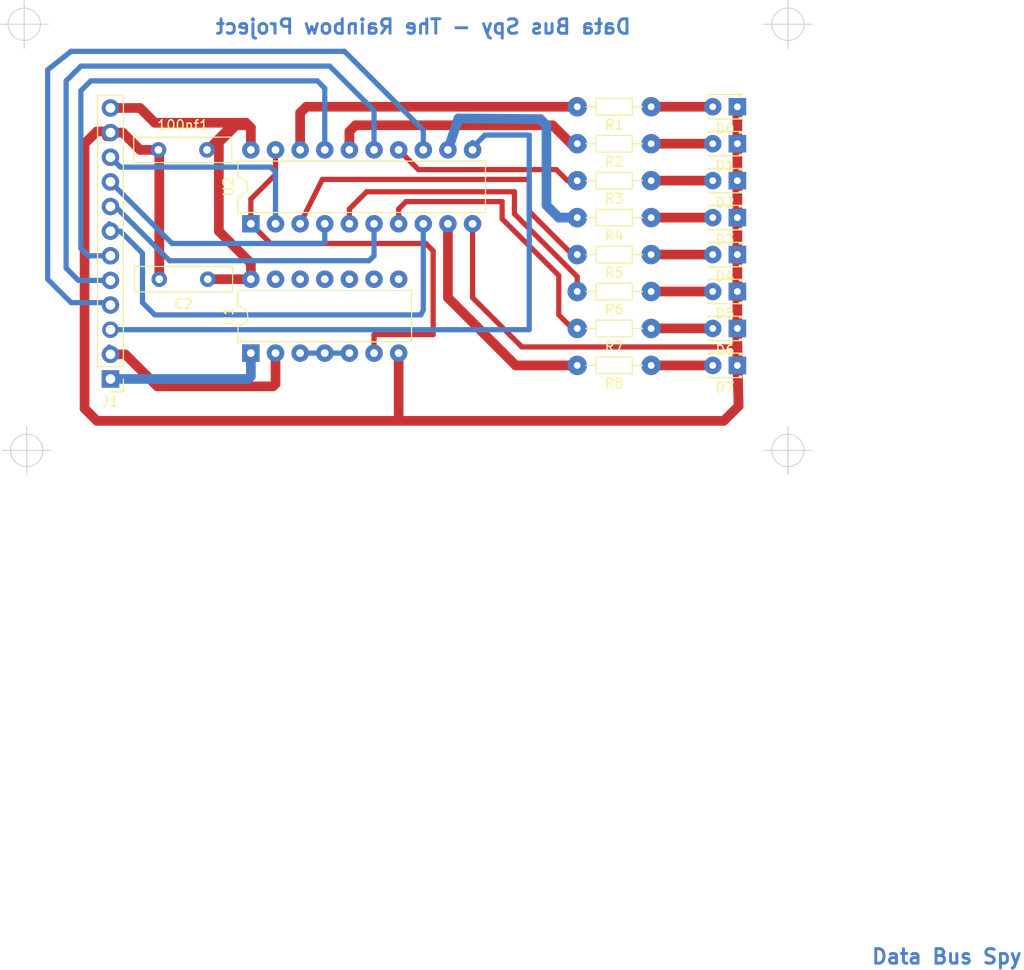
<source format=kicad_pcb>
(kicad_pcb (version 4) (host pcbnew 4.0.7)

  (general
    (links 46)
    (no_connects 0)
    (area 0 0 0 0)
    (thickness 1.6)
    (drawings 6)
    (tracks 176)
    (zones 0)
    (modules 21)
    (nets 31)
  )

  (page A4)
  (layers
    (0 F.Cu signal)
    (31 B.Cu signal)
    (32 B.Adhes user)
    (33 F.Adhes user)
    (34 B.Paste user)
    (35 F.Paste user)
    (36 B.SilkS user)
    (37 F.SilkS user)
    (38 B.Mask user)
    (39 F.Mask user)
    (40 Dwgs.User user)
    (41 Cmts.User user)
    (42 Eco1.User user)
    (43 Eco2.User user)
    (44 Edge.Cuts user)
    (45 Margin user)
    (46 B.CrtYd user)
    (47 F.CrtYd user)
    (48 B.Fab user)
    (49 F.Fab user)
  )

  (setup
    (last_trace_width 1)
    (user_trace_width 0.54)
    (user_trace_width 1)
    (trace_clearance 0.2)
    (zone_clearance 0.508)
    (zone_45_only no)
    (trace_min 0.2)
    (segment_width 0.2)
    (edge_width 0.1)
    (via_size 0.6)
    (via_drill 0.4)
    (via_min_size 0.4)
    (via_min_drill 0.3)
    (uvia_size 0.3)
    (uvia_drill 0.1)
    (uvias_allowed no)
    (uvia_min_size 0.2)
    (uvia_min_drill 0.1)
    (pcb_text_width 0.3)
    (pcb_text_size 1.5 1.5)
    (mod_edge_width 0.15)
    (mod_text_size 1 1)
    (mod_text_width 0.15)
    (pad_size 1.5 1.5)
    (pad_drill 0.6)
    (pad_to_mask_clearance 0)
    (aux_axis_origin 0 0)
    (visible_elements 7FFFFFFF)
    (pcbplotparams
      (layerselection 0x00030_80000001)
      (usegerberextensions false)
      (excludeedgelayer true)
      (linewidth 0.100000)
      (plotframeref false)
      (viasonmask false)
      (mode 1)
      (useauxorigin false)
      (hpglpennumber 1)
      (hpglpenspeed 20)
      (hpglpendiameter 15)
      (hpglpenoverlay 2)
      (psnegative false)
      (psa4output false)
      (plotreference true)
      (plotvalue true)
      (plotinvisibletext false)
      (padsonsilk false)
      (subtractmaskfromsilk false)
      (outputformat 1)
      (mirror false)
      (drillshape 1)
      (scaleselection 1)
      (outputdirectory ""))
  )

  (net 0 "")
  (net 1 GND)
  (net 2 "Net-(D0-Pad2)")
  (net 3 "Net-(D1-Pad2)")
  (net 4 "Net-(D2-Pad2)")
  (net 5 "Net-(D3-Pad2)")
  (net 6 "Net-(D4-Pad2)")
  (net 7 "Net-(D5-Pad2)")
  (net 8 "Net-(D6-Pad2)")
  (net 9 "Net-(D7-Pad2)")
  (net 10 D7)
  (net 11 D6)
  (net 12 D5)
  (net 13 D4)
  (net 14 D3)
  (net 15 D2)
  (net 16 D1)
  (net 17 D0)
  (net 18 VCC)
  (net 19 "Net-(R1-Pad2)")
  (net 20 "Net-(R2-Pad2)")
  (net 21 "Net-(R3-Pad2)")
  (net 22 "Net-(R4-Pad2)")
  (net 23 "Net-(R5-Pad2)")
  (net 24 "Net-(R6-Pad2)")
  (net 25 "Net-(R7-Pad2)")
  (net 26 "Net-(R8-Pad2)")
  (net 27 "Net-(U1-Pad3)")
  (net 28 "Net-(U1-Pad6)")
  (net 29 ~RD)
  (net 30 ~WR)

  (net_class Default "This is the default net class."
    (clearance 0.2)
    (trace_width 0.25)
    (via_dia 0.6)
    (via_drill 0.4)
    (uvia_dia 0.3)
    (uvia_drill 0.1)
    (add_net D0)
    (add_net D1)
    (add_net D2)
    (add_net D3)
    (add_net D4)
    (add_net D5)
    (add_net D6)
    (add_net D7)
    (add_net GND)
    (add_net "Net-(D0-Pad2)")
    (add_net "Net-(D1-Pad2)")
    (add_net "Net-(D2-Pad2)")
    (add_net "Net-(D3-Pad2)")
    (add_net "Net-(D4-Pad2)")
    (add_net "Net-(D5-Pad2)")
    (add_net "Net-(D6-Pad2)")
    (add_net "Net-(D7-Pad2)")
    (add_net "Net-(R1-Pad2)")
    (add_net "Net-(R2-Pad2)")
    (add_net "Net-(R3-Pad2)")
    (add_net "Net-(R4-Pad2)")
    (add_net "Net-(R5-Pad2)")
    (add_net "Net-(R6-Pad2)")
    (add_net "Net-(R7-Pad2)")
    (add_net "Net-(R8-Pad2)")
    (add_net "Net-(U1-Pad3)")
    (add_net "Net-(U1-Pad6)")
    (add_net VCC)
    (add_net ~RD)
    (add_net ~WR)
  )

  (module RainbowLibrary:Pin_Header_Straight_1x12_thickpad (layer F.Cu) (tedit 5A3386DD) (tstamp 5A339ABA)
    (at 111.252 130.302 180)
    (descr "Through hole straight pin header, 1x12, 2.54mm pitch, single row")
    (tags "Through hole pin header THT 1x12 2.54mm single row")
    (path /5A32DECF)
    (fp_text reference J1 (at 0 -2.33 180) (layer F.SilkS)
      (effects (font (size 1 1) (thickness 0.15)))
    )
    (fp_text value Conn_01x12 (at 0 30.27 180) (layer F.Fab)
      (effects (font (size 1 1) (thickness 0.15)))
    )
    (fp_line (start -0.635 -1.27) (end 1.27 -1.27) (layer F.Fab) (width 0.1))
    (fp_line (start 1.27 -1.27) (end 1.27 29.21) (layer F.Fab) (width 0.1))
    (fp_line (start 1.27 29.21) (end -1.27 29.21) (layer F.Fab) (width 0.1))
    (fp_line (start -1.27 29.21) (end -1.27 -0.635) (layer F.Fab) (width 0.1))
    (fp_line (start -1.27 -0.635) (end -0.635 -1.27) (layer F.Fab) (width 0.1))
    (fp_line (start -1.33 29.27) (end 1.33 29.27) (layer F.SilkS) (width 0.12))
    (fp_line (start -1.33 1.27) (end -1.33 29.27) (layer F.SilkS) (width 0.12))
    (fp_line (start 1.33 1.27) (end 1.33 29.27) (layer F.SilkS) (width 0.12))
    (fp_line (start -1.33 1.27) (end 1.33 1.27) (layer F.SilkS) (width 0.12))
    (fp_line (start -1.33 0) (end -1.33 -1.33) (layer F.SilkS) (width 0.12))
    (fp_line (start -1.33 -1.33) (end 0 -1.33) (layer F.SilkS) (width 0.12))
    (fp_line (start -1.8 -1.8) (end -1.8 29.75) (layer F.CrtYd) (width 0.05))
    (fp_line (start -1.8 29.75) (end 1.8 29.75) (layer F.CrtYd) (width 0.05))
    (fp_line (start 1.8 29.75) (end 1.8 -1.8) (layer F.CrtYd) (width 0.05))
    (fp_line (start 1.8 -1.8) (end -1.8 -1.8) (layer F.CrtYd) (width 0.05))
    (fp_text user %R (at 0 13.97 270) (layer F.Fab)
      (effects (font (size 1 1) (thickness 0.15)))
    )
    (pad 1 thru_hole rect (at 0 0 180) (size 1.8 1.8) (drill 1) (layers *.Cu *.Mask)
      (net 29 ~RD))
    (pad 2 thru_hole oval (at 0 2.54 180) (size 1.8 1.8) (drill 1) (layers *.Cu *.Mask)
      (net 30 ~WR))
    (pad 3 thru_hole oval (at 0 5.08 180) (size 1.7 1.7) (drill 1) (layers *.Cu *.Mask)
      (net 10 D7))
    (pad 4 thru_hole oval (at 0 7.62 180) (size 1.8 1.8) (drill 1) (layers *.Cu *.Mask)
      (net 11 D6))
    (pad 5 thru_hole oval (at 0 10.16 180) (size 1.8 1.8) (drill 1) (layers *.Cu *.Mask)
      (net 12 D5))
    (pad 6 thru_hole oval (at 0 12.7 180) (size 1.8 1.8) (drill 1) (layers *.Cu *.Mask)
      (net 13 D4))
    (pad 7 thru_hole oval (at 0 15.24 180) (size 1.8 1.8) (drill 1) (layers *.Cu *.Mask)
      (net 14 D3))
    (pad 8 thru_hole oval (at 0 17.78 180) (size 1.8 1.8) (drill 1) (layers *.Cu *.Mask)
      (net 15 D2))
    (pad 9 thru_hole oval (at 0 20.32 180) (size 1.8 1.8) (drill 1) (layers *.Cu *.Mask)
      (net 16 D1))
    (pad 10 thru_hole oval (at 0 22.86 180) (size 1.8 1.8) (drill 1) (layers *.Cu *.Mask)
      (net 17 D0))
    (pad 11 thru_hole oval (at 0 25.4 180) (size 1.8 1.8) (drill 1) (layers *.Cu *.Mask)
      (net 1 GND))
    (pad 12 thru_hole oval (at 0 27.94 180) (size 1.8 1.8) (drill 1) (layers *.Cu *.Mask)
      (net 18 VCC))
    (model ${KISYS3DMOD}/Pin_Headers.3dshapes/Pin_Header_Straight_1x12_Pitch2.54mm.wrl
      (at (xyz 0 0 0))
      (scale (xyz 1 1 1))
      (rotate (xyz 0 0 0))
    )
  )

  (module RainbowLibrary:Resistor_thickpad (layer F.Cu) (tedit 5A3381B6) (tstamp 5A3384FC)
    (at 167.005 102.235 180)
    (descr "Resistor, Axial_DIN0204 series, Axial, Horizontal, pin pitch=7.62mm, 0.16666666666666666W = 1/6W, length*diameter=3.6*1.6mm^2, http://cdn-reichelt.de/documents/datenblatt/B400/1_4W%23YAG.pdf")
    (tags "Resistor Axial_DIN0204 series Axial Horizontal pin pitch 7.62mm 0.16666666666666666W = 1/6W length 3.6mm diameter 1.6mm")
    (path /5A1C93CE)
    (fp_text reference R1 (at 3.81 -1.86 180) (layer F.SilkS)
      (effects (font (size 1 1) (thickness 0.15)))
    )
    (fp_text value 330 (at 3.81 1.86 180) (layer F.Fab)
      (effects (font (size 1 1) (thickness 0.15)))
    )
    (fp_line (start 2.01 -0.8) (end 2.01 0.8) (layer F.Fab) (width 0.1))
    (fp_line (start 2.01 0.8) (end 5.61 0.8) (layer F.Fab) (width 0.1))
    (fp_line (start 5.61 0.8) (end 5.61 -0.8) (layer F.Fab) (width 0.1))
    (fp_line (start 5.61 -0.8) (end 2.01 -0.8) (layer F.Fab) (width 0.1))
    (fp_line (start 0 0) (end 2.01 0) (layer F.Fab) (width 0.1))
    (fp_line (start 7.62 0) (end 5.61 0) (layer F.Fab) (width 0.1))
    (fp_line (start 1.95 -0.86) (end 1.95 0.86) (layer F.SilkS) (width 0.12))
    (fp_line (start 1.95 0.86) (end 5.67 0.86) (layer F.SilkS) (width 0.12))
    (fp_line (start 5.67 0.86) (end 5.67 -0.86) (layer F.SilkS) (width 0.12))
    (fp_line (start 5.67 -0.86) (end 1.95 -0.86) (layer F.SilkS) (width 0.12))
    (fp_line (start 0.88 0) (end 1.95 0) (layer F.SilkS) (width 0.12))
    (fp_line (start 6.74 0) (end 5.67 0) (layer F.SilkS) (width 0.12))
    (fp_line (start -0.95 -1.15) (end -0.95 1.15) (layer F.CrtYd) (width 0.05))
    (fp_line (start -0.95 1.15) (end 8.6 1.15) (layer F.CrtYd) (width 0.05))
    (fp_line (start 8.6 1.15) (end 8.6 -1.15) (layer F.CrtYd) (width 0.05))
    (fp_line (start 8.6 -1.15) (end -0.95 -1.15) (layer F.CrtYd) (width 0.05))
    (pad 1 thru_hole circle (at 0 0 180) (size 2 2) (drill 0.7) (layers *.Cu *.Mask)
      (net 2 "Net-(D0-Pad2)"))
    (pad 2 thru_hole oval (at 7.62 0 180) (size 2 2) (drill 0.7) (layers *.Cu *.Mask)
      (net 19 "Net-(R1-Pad2)"))
    (model ${KISYS3DMOD}/Resistors_THT.3dshapes/R_Axial_DIN0204_L3.6mm_D1.6mm_P7.62mm_Horizontal.wrl
      (at (xyz 0 0 0))
      (scale (xyz 0.393701 0.393701 0.393701))
      (rotate (xyz 0 0 0))
    )
  )

  (module RainbowLibrary:Resistor_thickpad (layer F.Cu) (tedit 5A3381B6) (tstamp 5A338511)
    (at 167.005 106.045 180)
    (descr "Resistor, Axial_DIN0204 series, Axial, Horizontal, pin pitch=7.62mm, 0.16666666666666666W = 1/6W, length*diameter=3.6*1.6mm^2, http://cdn-reichelt.de/documents/datenblatt/B400/1_4W%23YAG.pdf")
    (tags "Resistor Axial_DIN0204 series Axial Horizontal pin pitch 7.62mm 0.16666666666666666W = 1/6W length 3.6mm diameter 1.6mm")
    (path /5A1C943E)
    (fp_text reference R2 (at 3.81 -1.86 180) (layer F.SilkS)
      (effects (font (size 1 1) (thickness 0.15)))
    )
    (fp_text value 330 (at 3.81 1.86 180) (layer F.Fab)
      (effects (font (size 1 1) (thickness 0.15)))
    )
    (fp_line (start 2.01 -0.8) (end 2.01 0.8) (layer F.Fab) (width 0.1))
    (fp_line (start 2.01 0.8) (end 5.61 0.8) (layer F.Fab) (width 0.1))
    (fp_line (start 5.61 0.8) (end 5.61 -0.8) (layer F.Fab) (width 0.1))
    (fp_line (start 5.61 -0.8) (end 2.01 -0.8) (layer F.Fab) (width 0.1))
    (fp_line (start 0 0) (end 2.01 0) (layer F.Fab) (width 0.1))
    (fp_line (start 7.62 0) (end 5.61 0) (layer F.Fab) (width 0.1))
    (fp_line (start 1.95 -0.86) (end 1.95 0.86) (layer F.SilkS) (width 0.12))
    (fp_line (start 1.95 0.86) (end 5.67 0.86) (layer F.SilkS) (width 0.12))
    (fp_line (start 5.67 0.86) (end 5.67 -0.86) (layer F.SilkS) (width 0.12))
    (fp_line (start 5.67 -0.86) (end 1.95 -0.86) (layer F.SilkS) (width 0.12))
    (fp_line (start 0.88 0) (end 1.95 0) (layer F.SilkS) (width 0.12))
    (fp_line (start 6.74 0) (end 5.67 0) (layer F.SilkS) (width 0.12))
    (fp_line (start -0.95 -1.15) (end -0.95 1.15) (layer F.CrtYd) (width 0.05))
    (fp_line (start -0.95 1.15) (end 8.6 1.15) (layer F.CrtYd) (width 0.05))
    (fp_line (start 8.6 1.15) (end 8.6 -1.15) (layer F.CrtYd) (width 0.05))
    (fp_line (start 8.6 -1.15) (end -0.95 -1.15) (layer F.CrtYd) (width 0.05))
    (pad 1 thru_hole circle (at 0 0 180) (size 2 2) (drill 0.7) (layers *.Cu *.Mask)
      (net 3 "Net-(D1-Pad2)"))
    (pad 2 thru_hole oval (at 7.62 0 180) (size 2 2) (drill 0.7) (layers *.Cu *.Mask)
      (net 20 "Net-(R2-Pad2)"))
    (model ${KISYS3DMOD}/Resistors_THT.3dshapes/R_Axial_DIN0204_L3.6mm_D1.6mm_P7.62mm_Horizontal.wrl
      (at (xyz 0 0 0))
      (scale (xyz 0.393701 0.393701 0.393701))
      (rotate (xyz 0 0 0))
    )
  )

  (module RainbowLibrary:Resistor_thickpad (layer F.Cu) (tedit 5A3381B6) (tstamp 5A338526)
    (at 167.005 109.855 180)
    (descr "Resistor, Axial_DIN0204 series, Axial, Horizontal, pin pitch=7.62mm, 0.16666666666666666W = 1/6W, length*diameter=3.6*1.6mm^2, http://cdn-reichelt.de/documents/datenblatt/B400/1_4W%23YAG.pdf")
    (tags "Resistor Axial_DIN0204 series Axial Horizontal pin pitch 7.62mm 0.16666666666666666W = 1/6W length 3.6mm diameter 1.6mm")
    (path /5A1C946E)
    (fp_text reference R3 (at 3.81 -1.86 180) (layer F.SilkS)
      (effects (font (size 1 1) (thickness 0.15)))
    )
    (fp_text value 330 (at 3.81 1.86 180) (layer F.Fab)
      (effects (font (size 1 1) (thickness 0.15)))
    )
    (fp_line (start 2.01 -0.8) (end 2.01 0.8) (layer F.Fab) (width 0.1))
    (fp_line (start 2.01 0.8) (end 5.61 0.8) (layer F.Fab) (width 0.1))
    (fp_line (start 5.61 0.8) (end 5.61 -0.8) (layer F.Fab) (width 0.1))
    (fp_line (start 5.61 -0.8) (end 2.01 -0.8) (layer F.Fab) (width 0.1))
    (fp_line (start 0 0) (end 2.01 0) (layer F.Fab) (width 0.1))
    (fp_line (start 7.62 0) (end 5.61 0) (layer F.Fab) (width 0.1))
    (fp_line (start 1.95 -0.86) (end 1.95 0.86) (layer F.SilkS) (width 0.12))
    (fp_line (start 1.95 0.86) (end 5.67 0.86) (layer F.SilkS) (width 0.12))
    (fp_line (start 5.67 0.86) (end 5.67 -0.86) (layer F.SilkS) (width 0.12))
    (fp_line (start 5.67 -0.86) (end 1.95 -0.86) (layer F.SilkS) (width 0.12))
    (fp_line (start 0.88 0) (end 1.95 0) (layer F.SilkS) (width 0.12))
    (fp_line (start 6.74 0) (end 5.67 0) (layer F.SilkS) (width 0.12))
    (fp_line (start -0.95 -1.15) (end -0.95 1.15) (layer F.CrtYd) (width 0.05))
    (fp_line (start -0.95 1.15) (end 8.6 1.15) (layer F.CrtYd) (width 0.05))
    (fp_line (start 8.6 1.15) (end 8.6 -1.15) (layer F.CrtYd) (width 0.05))
    (fp_line (start 8.6 -1.15) (end -0.95 -1.15) (layer F.CrtYd) (width 0.05))
    (pad 1 thru_hole circle (at 0 0 180) (size 2 2) (drill 0.7) (layers *.Cu *.Mask)
      (net 4 "Net-(D2-Pad2)"))
    (pad 2 thru_hole oval (at 7.62 0 180) (size 2 2) (drill 0.7) (layers *.Cu *.Mask)
      (net 21 "Net-(R3-Pad2)"))
    (model ${KISYS3DMOD}/Resistors_THT.3dshapes/R_Axial_DIN0204_L3.6mm_D1.6mm_P7.62mm_Horizontal.wrl
      (at (xyz 0 0 0))
      (scale (xyz 0.393701 0.393701 0.393701))
      (rotate (xyz 0 0 0))
    )
  )

  (module RainbowLibrary:Resistor_thickpad (layer F.Cu) (tedit 5A3381B6) (tstamp 5A33853B)
    (at 167.005 113.665 180)
    (descr "Resistor, Axial_DIN0204 series, Axial, Horizontal, pin pitch=7.62mm, 0.16666666666666666W = 1/6W, length*diameter=3.6*1.6mm^2, http://cdn-reichelt.de/documents/datenblatt/B400/1_4W%23YAG.pdf")
    (tags "Resistor Axial_DIN0204 series Axial Horizontal pin pitch 7.62mm 0.16666666666666666W = 1/6W length 3.6mm diameter 1.6mm")
    (path /5A1C949D)
    (fp_text reference R4 (at 3.81 -1.86 180) (layer F.SilkS)
      (effects (font (size 1 1) (thickness 0.15)))
    )
    (fp_text value 330 (at 3.81 1.86 180) (layer F.Fab)
      (effects (font (size 1 1) (thickness 0.15)))
    )
    (fp_line (start 2.01 -0.8) (end 2.01 0.8) (layer F.Fab) (width 0.1))
    (fp_line (start 2.01 0.8) (end 5.61 0.8) (layer F.Fab) (width 0.1))
    (fp_line (start 5.61 0.8) (end 5.61 -0.8) (layer F.Fab) (width 0.1))
    (fp_line (start 5.61 -0.8) (end 2.01 -0.8) (layer F.Fab) (width 0.1))
    (fp_line (start 0 0) (end 2.01 0) (layer F.Fab) (width 0.1))
    (fp_line (start 7.62 0) (end 5.61 0) (layer F.Fab) (width 0.1))
    (fp_line (start 1.95 -0.86) (end 1.95 0.86) (layer F.SilkS) (width 0.12))
    (fp_line (start 1.95 0.86) (end 5.67 0.86) (layer F.SilkS) (width 0.12))
    (fp_line (start 5.67 0.86) (end 5.67 -0.86) (layer F.SilkS) (width 0.12))
    (fp_line (start 5.67 -0.86) (end 1.95 -0.86) (layer F.SilkS) (width 0.12))
    (fp_line (start 0.88 0) (end 1.95 0) (layer F.SilkS) (width 0.12))
    (fp_line (start 6.74 0) (end 5.67 0) (layer F.SilkS) (width 0.12))
    (fp_line (start -0.95 -1.15) (end -0.95 1.15) (layer F.CrtYd) (width 0.05))
    (fp_line (start -0.95 1.15) (end 8.6 1.15) (layer F.CrtYd) (width 0.05))
    (fp_line (start 8.6 1.15) (end 8.6 -1.15) (layer F.CrtYd) (width 0.05))
    (fp_line (start 8.6 -1.15) (end -0.95 -1.15) (layer F.CrtYd) (width 0.05))
    (pad 1 thru_hole circle (at 0 0 180) (size 2 2) (drill 0.7) (layers *.Cu *.Mask)
      (net 5 "Net-(D3-Pad2)"))
    (pad 2 thru_hole oval (at 7.62 0 180) (size 2 2) (drill 0.7) (layers *.Cu *.Mask)
      (net 22 "Net-(R4-Pad2)"))
    (model ${KISYS3DMOD}/Resistors_THT.3dshapes/R_Axial_DIN0204_L3.6mm_D1.6mm_P7.62mm_Horizontal.wrl
      (at (xyz 0 0 0))
      (scale (xyz 0.393701 0.393701 0.393701))
      (rotate (xyz 0 0 0))
    )
  )

  (module RainbowLibrary:Resistor_thickpad (layer F.Cu) (tedit 5A3381B6) (tstamp 5A338550)
    (at 167.005 117.475 180)
    (descr "Resistor, Axial_DIN0204 series, Axial, Horizontal, pin pitch=7.62mm, 0.16666666666666666W = 1/6W, length*diameter=3.6*1.6mm^2, http://cdn-reichelt.de/documents/datenblatt/B400/1_4W%23YAG.pdf")
    (tags "Resistor Axial_DIN0204 series Axial Horizontal pin pitch 7.62mm 0.16666666666666666W = 1/6W length 3.6mm diameter 1.6mm")
    (path /5A1C94DD)
    (fp_text reference R5 (at 3.81 -1.86 180) (layer F.SilkS)
      (effects (font (size 1 1) (thickness 0.15)))
    )
    (fp_text value 330 (at 3.81 1.86 180) (layer F.Fab)
      (effects (font (size 1 1) (thickness 0.15)))
    )
    (fp_line (start 2.01 -0.8) (end 2.01 0.8) (layer F.Fab) (width 0.1))
    (fp_line (start 2.01 0.8) (end 5.61 0.8) (layer F.Fab) (width 0.1))
    (fp_line (start 5.61 0.8) (end 5.61 -0.8) (layer F.Fab) (width 0.1))
    (fp_line (start 5.61 -0.8) (end 2.01 -0.8) (layer F.Fab) (width 0.1))
    (fp_line (start 0 0) (end 2.01 0) (layer F.Fab) (width 0.1))
    (fp_line (start 7.62 0) (end 5.61 0) (layer F.Fab) (width 0.1))
    (fp_line (start 1.95 -0.86) (end 1.95 0.86) (layer F.SilkS) (width 0.12))
    (fp_line (start 1.95 0.86) (end 5.67 0.86) (layer F.SilkS) (width 0.12))
    (fp_line (start 5.67 0.86) (end 5.67 -0.86) (layer F.SilkS) (width 0.12))
    (fp_line (start 5.67 -0.86) (end 1.95 -0.86) (layer F.SilkS) (width 0.12))
    (fp_line (start 0.88 0) (end 1.95 0) (layer F.SilkS) (width 0.12))
    (fp_line (start 6.74 0) (end 5.67 0) (layer F.SilkS) (width 0.12))
    (fp_line (start -0.95 -1.15) (end -0.95 1.15) (layer F.CrtYd) (width 0.05))
    (fp_line (start -0.95 1.15) (end 8.6 1.15) (layer F.CrtYd) (width 0.05))
    (fp_line (start 8.6 1.15) (end 8.6 -1.15) (layer F.CrtYd) (width 0.05))
    (fp_line (start 8.6 -1.15) (end -0.95 -1.15) (layer F.CrtYd) (width 0.05))
    (pad 1 thru_hole circle (at 0 0 180) (size 2 2) (drill 0.7) (layers *.Cu *.Mask)
      (net 6 "Net-(D4-Pad2)"))
    (pad 2 thru_hole oval (at 7.62 0 180) (size 2 2) (drill 0.7) (layers *.Cu *.Mask)
      (net 23 "Net-(R5-Pad2)"))
    (model ${KISYS3DMOD}/Resistors_THT.3dshapes/R_Axial_DIN0204_L3.6mm_D1.6mm_P7.62mm_Horizontal.wrl
      (at (xyz 0 0 0))
      (scale (xyz 0.393701 0.393701 0.393701))
      (rotate (xyz 0 0 0))
    )
  )

  (module RainbowLibrary:Resistor_thickpad (layer F.Cu) (tedit 5A3381B6) (tstamp 5A338565)
    (at 167.005 121.285 180)
    (descr "Resistor, Axial_DIN0204 series, Axial, Horizontal, pin pitch=7.62mm, 0.16666666666666666W = 1/6W, length*diameter=3.6*1.6mm^2, http://cdn-reichelt.de/documents/datenblatt/B400/1_4W%23YAG.pdf")
    (tags "Resistor Axial_DIN0204 series Axial Horizontal pin pitch 7.62mm 0.16666666666666666W = 1/6W length 3.6mm diameter 1.6mm")
    (path /5A1C95D7)
    (fp_text reference R6 (at 3.81 -1.86 180) (layer F.SilkS)
      (effects (font (size 1 1) (thickness 0.15)))
    )
    (fp_text value 330 (at 3.81 1.86 180) (layer F.Fab)
      (effects (font (size 1 1) (thickness 0.15)))
    )
    (fp_line (start 2.01 -0.8) (end 2.01 0.8) (layer F.Fab) (width 0.1))
    (fp_line (start 2.01 0.8) (end 5.61 0.8) (layer F.Fab) (width 0.1))
    (fp_line (start 5.61 0.8) (end 5.61 -0.8) (layer F.Fab) (width 0.1))
    (fp_line (start 5.61 -0.8) (end 2.01 -0.8) (layer F.Fab) (width 0.1))
    (fp_line (start 0 0) (end 2.01 0) (layer F.Fab) (width 0.1))
    (fp_line (start 7.62 0) (end 5.61 0) (layer F.Fab) (width 0.1))
    (fp_line (start 1.95 -0.86) (end 1.95 0.86) (layer F.SilkS) (width 0.12))
    (fp_line (start 1.95 0.86) (end 5.67 0.86) (layer F.SilkS) (width 0.12))
    (fp_line (start 5.67 0.86) (end 5.67 -0.86) (layer F.SilkS) (width 0.12))
    (fp_line (start 5.67 -0.86) (end 1.95 -0.86) (layer F.SilkS) (width 0.12))
    (fp_line (start 0.88 0) (end 1.95 0) (layer F.SilkS) (width 0.12))
    (fp_line (start 6.74 0) (end 5.67 0) (layer F.SilkS) (width 0.12))
    (fp_line (start -0.95 -1.15) (end -0.95 1.15) (layer F.CrtYd) (width 0.05))
    (fp_line (start -0.95 1.15) (end 8.6 1.15) (layer F.CrtYd) (width 0.05))
    (fp_line (start 8.6 1.15) (end 8.6 -1.15) (layer F.CrtYd) (width 0.05))
    (fp_line (start 8.6 -1.15) (end -0.95 -1.15) (layer F.CrtYd) (width 0.05))
    (pad 1 thru_hole circle (at 0 0 180) (size 2 2) (drill 0.7) (layers *.Cu *.Mask)
      (net 7 "Net-(D5-Pad2)"))
    (pad 2 thru_hole oval (at 7.62 0 180) (size 2 2) (drill 0.7) (layers *.Cu *.Mask)
      (net 24 "Net-(R6-Pad2)"))
    (model ${KISYS3DMOD}/Resistors_THT.3dshapes/R_Axial_DIN0204_L3.6mm_D1.6mm_P7.62mm_Horizontal.wrl
      (at (xyz 0 0 0))
      (scale (xyz 0.393701 0.393701 0.393701))
      (rotate (xyz 0 0 0))
    )
  )

  (module RainbowLibrary:Resistor_thickpad (layer F.Cu) (tedit 5A3381B6) (tstamp 5A33857A)
    (at 167.005 125.095 180)
    (descr "Resistor, Axial_DIN0204 series, Axial, Horizontal, pin pitch=7.62mm, 0.16666666666666666W = 1/6W, length*diameter=3.6*1.6mm^2, http://cdn-reichelt.de/documents/datenblatt/B400/1_4W%23YAG.pdf")
    (tags "Resistor Axial_DIN0204 series Axial Horizontal pin pitch 7.62mm 0.16666666666666666W = 1/6W length 3.6mm diameter 1.6mm")
    (path /5A1C960F)
    (fp_text reference R7 (at 3.81 -1.86 180) (layer F.SilkS)
      (effects (font (size 1 1) (thickness 0.15)))
    )
    (fp_text value 330 (at 3.81 1.86 180) (layer F.Fab)
      (effects (font (size 1 1) (thickness 0.15)))
    )
    (fp_line (start 2.01 -0.8) (end 2.01 0.8) (layer F.Fab) (width 0.1))
    (fp_line (start 2.01 0.8) (end 5.61 0.8) (layer F.Fab) (width 0.1))
    (fp_line (start 5.61 0.8) (end 5.61 -0.8) (layer F.Fab) (width 0.1))
    (fp_line (start 5.61 -0.8) (end 2.01 -0.8) (layer F.Fab) (width 0.1))
    (fp_line (start 0 0) (end 2.01 0) (layer F.Fab) (width 0.1))
    (fp_line (start 7.62 0) (end 5.61 0) (layer F.Fab) (width 0.1))
    (fp_line (start 1.95 -0.86) (end 1.95 0.86) (layer F.SilkS) (width 0.12))
    (fp_line (start 1.95 0.86) (end 5.67 0.86) (layer F.SilkS) (width 0.12))
    (fp_line (start 5.67 0.86) (end 5.67 -0.86) (layer F.SilkS) (width 0.12))
    (fp_line (start 5.67 -0.86) (end 1.95 -0.86) (layer F.SilkS) (width 0.12))
    (fp_line (start 0.88 0) (end 1.95 0) (layer F.SilkS) (width 0.12))
    (fp_line (start 6.74 0) (end 5.67 0) (layer F.SilkS) (width 0.12))
    (fp_line (start -0.95 -1.15) (end -0.95 1.15) (layer F.CrtYd) (width 0.05))
    (fp_line (start -0.95 1.15) (end 8.6 1.15) (layer F.CrtYd) (width 0.05))
    (fp_line (start 8.6 1.15) (end 8.6 -1.15) (layer F.CrtYd) (width 0.05))
    (fp_line (start 8.6 -1.15) (end -0.95 -1.15) (layer F.CrtYd) (width 0.05))
    (pad 1 thru_hole circle (at 0 0 180) (size 2 2) (drill 0.7) (layers *.Cu *.Mask)
      (net 8 "Net-(D6-Pad2)"))
    (pad 2 thru_hole oval (at 7.62 0 180) (size 2 2) (drill 0.7) (layers *.Cu *.Mask)
      (net 25 "Net-(R7-Pad2)"))
    (model ${KISYS3DMOD}/Resistors_THT.3dshapes/R_Axial_DIN0204_L3.6mm_D1.6mm_P7.62mm_Horizontal.wrl
      (at (xyz 0 0 0))
      (scale (xyz 0.393701 0.393701 0.393701))
      (rotate (xyz 0 0 0))
    )
  )

  (module RainbowLibrary:Resistor_thickpad (layer F.Cu) (tedit 5A3381B6) (tstamp 5A33858F)
    (at 167.005 128.905 180)
    (descr "Resistor, Axial_DIN0204 series, Axial, Horizontal, pin pitch=7.62mm, 0.16666666666666666W = 1/6W, length*diameter=3.6*1.6mm^2, http://cdn-reichelt.de/documents/datenblatt/B400/1_4W%23YAG.pdf")
    (tags "Resistor Axial_DIN0204 series Axial Horizontal pin pitch 7.62mm 0.16666666666666666W = 1/6W length 3.6mm diameter 1.6mm")
    (path /5A1C9652)
    (fp_text reference R8 (at 3.81 -1.86 180) (layer F.SilkS)
      (effects (font (size 1 1) (thickness 0.15)))
    )
    (fp_text value 330 (at 3.81 1.86 180) (layer F.Fab)
      (effects (font (size 1 1) (thickness 0.15)))
    )
    (fp_line (start 2.01 -0.8) (end 2.01 0.8) (layer F.Fab) (width 0.1))
    (fp_line (start 2.01 0.8) (end 5.61 0.8) (layer F.Fab) (width 0.1))
    (fp_line (start 5.61 0.8) (end 5.61 -0.8) (layer F.Fab) (width 0.1))
    (fp_line (start 5.61 -0.8) (end 2.01 -0.8) (layer F.Fab) (width 0.1))
    (fp_line (start 0 0) (end 2.01 0) (layer F.Fab) (width 0.1))
    (fp_line (start 7.62 0) (end 5.61 0) (layer F.Fab) (width 0.1))
    (fp_line (start 1.95 -0.86) (end 1.95 0.86) (layer F.SilkS) (width 0.12))
    (fp_line (start 1.95 0.86) (end 5.67 0.86) (layer F.SilkS) (width 0.12))
    (fp_line (start 5.67 0.86) (end 5.67 -0.86) (layer F.SilkS) (width 0.12))
    (fp_line (start 5.67 -0.86) (end 1.95 -0.86) (layer F.SilkS) (width 0.12))
    (fp_line (start 0.88 0) (end 1.95 0) (layer F.SilkS) (width 0.12))
    (fp_line (start 6.74 0) (end 5.67 0) (layer F.SilkS) (width 0.12))
    (fp_line (start -0.95 -1.15) (end -0.95 1.15) (layer F.CrtYd) (width 0.05))
    (fp_line (start -0.95 1.15) (end 8.6 1.15) (layer F.CrtYd) (width 0.05))
    (fp_line (start 8.6 1.15) (end 8.6 -1.15) (layer F.CrtYd) (width 0.05))
    (fp_line (start 8.6 -1.15) (end -0.95 -1.15) (layer F.CrtYd) (width 0.05))
    (pad 1 thru_hole circle (at 0 0 180) (size 2 2) (drill 0.7) (layers *.Cu *.Mask)
      (net 9 "Net-(D7-Pad2)"))
    (pad 2 thru_hole oval (at 7.62 0 180) (size 2 2) (drill 0.7) (layers *.Cu *.Mask)
      (net 26 "Net-(R8-Pad2)"))
    (model ${KISYS3DMOD}/Resistors_THT.3dshapes/R_Axial_DIN0204_L3.6mm_D1.6mm_P7.62mm_Horizontal.wrl
      (at (xyz 0 0 0))
      (scale (xyz 0.393701 0.393701 0.393701))
      (rotate (xyz 0 0 0))
    )
  )

  (module RainbowLibrary:LED_thickpad (layer F.Cu) (tedit 5A3382BD) (tstamp 5A3399FA)
    (at 175.895 102.235 180)
    (descr "LED, Round,  Rectangular size 3.3x2.4mm^2 diameter 1.8mm, 2 pins")
    (tags "LED Round  Rectangular size 3.3x2.4mm^2 diameter 1.8mm 2 pins")
    (path /5A1C9B0D)
    (fp_text reference D0 (at 1.27 -2.26 180) (layer F.SilkS)
      (effects (font (size 1 1) (thickness 0.15)))
    )
    (fp_text value LED (at 1.27 2.26 180) (layer F.Fab)
      (effects (font (size 1 1) (thickness 0.15)))
    )
    (fp_circle (center 1.27 0) (end 2.17 0) (layer F.Fab) (width 0.1))
    (fp_line (start -0.38 -1.2) (end -0.38 1.2) (layer F.Fab) (width 0.1))
    (fp_line (start -0.38 1.2) (end 2.92 1.2) (layer F.Fab) (width 0.1))
    (fp_line (start 2.92 1.2) (end 2.92 -1.2) (layer F.Fab) (width 0.1))
    (fp_line (start 2.92 -1.2) (end -0.38 -1.2) (layer F.Fab) (width 0.1))
    (fp_line (start -0.44 -1.26) (end 2.98 -1.26) (layer F.SilkS) (width 0.12))
    (fp_line (start -0.44 1.26) (end 2.98 1.26) (layer F.SilkS) (width 0.12))
    (fp_line (start -0.44 -1.26) (end -0.44 -1.08) (layer F.SilkS) (width 0.12))
    (fp_line (start -0.44 1.08) (end -0.44 1.26) (layer F.SilkS) (width 0.12))
    (fp_line (start 2.98 -1.26) (end 2.98 -1.095) (layer F.SilkS) (width 0.12))
    (fp_line (start 2.98 1.095) (end 2.98 1.26) (layer F.SilkS) (width 0.12))
    (fp_line (start -0.32 -1.26) (end -0.32 -1.08) (layer F.SilkS) (width 0.12))
    (fp_line (start -0.32 1.08) (end -0.32 1.26) (layer F.SilkS) (width 0.12))
    (fp_line (start -0.2 -1.26) (end -0.2 -1.08) (layer F.SilkS) (width 0.12))
    (fp_line (start -0.2 1.08) (end -0.2 1.26) (layer F.SilkS) (width 0.12))
    (fp_line (start -1.15 -1.55) (end -1.15 1.55) (layer F.CrtYd) (width 0.05))
    (fp_line (start -1.15 1.55) (end 3.7 1.55) (layer F.CrtYd) (width 0.05))
    (fp_line (start 3.7 1.55) (end 3.7 -1.55) (layer F.CrtYd) (width 0.05))
    (fp_line (start 3.7 -1.55) (end -1.15 -1.55) (layer F.CrtYd) (width 0.05))
    (pad 1 thru_hole rect (at 0 0 180) (size 1.8 1.8) (drill 0.7) (layers *.Cu *.Mask)
      (net 1 GND))
    (pad 2 thru_hole circle (at 2.54 0 180) (size 1.8 1.8) (drill 0.7) (layers *.Cu *.Mask)
      (net 2 "Net-(D0-Pad2)"))
    (model ${KISYS3DMOD}/LEDs.3dshapes/LED_D1.8mm_W3.3mm_H2.4mm.wrl
      (at (xyz 0 0 0))
      (scale (xyz 0.393701 0.393701 0.393701))
      (rotate (xyz 0 0 0))
    )
  )

  (module RainbowLibrary:LED_thickpad (layer F.Cu) (tedit 5A3382BD) (tstamp 5A339A12)
    (at 175.895 106.045 180)
    (descr "LED, Round,  Rectangular size 3.3x2.4mm^2 diameter 1.8mm, 2 pins")
    (tags "LED Round  Rectangular size 3.3x2.4mm^2 diameter 1.8mm 2 pins")
    (path /5A1C9B6F)
    (fp_text reference D1 (at 1.27 -2.26 180) (layer F.SilkS)
      (effects (font (size 1 1) (thickness 0.15)))
    )
    (fp_text value LED (at 1.27 2.26 180) (layer F.Fab)
      (effects (font (size 1 1) (thickness 0.15)))
    )
    (fp_circle (center 1.27 0) (end 2.17 0) (layer F.Fab) (width 0.1))
    (fp_line (start -0.38 -1.2) (end -0.38 1.2) (layer F.Fab) (width 0.1))
    (fp_line (start -0.38 1.2) (end 2.92 1.2) (layer F.Fab) (width 0.1))
    (fp_line (start 2.92 1.2) (end 2.92 -1.2) (layer F.Fab) (width 0.1))
    (fp_line (start 2.92 -1.2) (end -0.38 -1.2) (layer F.Fab) (width 0.1))
    (fp_line (start -0.44 -1.26) (end 2.98 -1.26) (layer F.SilkS) (width 0.12))
    (fp_line (start -0.44 1.26) (end 2.98 1.26) (layer F.SilkS) (width 0.12))
    (fp_line (start -0.44 -1.26) (end -0.44 -1.08) (layer F.SilkS) (width 0.12))
    (fp_line (start -0.44 1.08) (end -0.44 1.26) (layer F.SilkS) (width 0.12))
    (fp_line (start 2.98 -1.26) (end 2.98 -1.095) (layer F.SilkS) (width 0.12))
    (fp_line (start 2.98 1.095) (end 2.98 1.26) (layer F.SilkS) (width 0.12))
    (fp_line (start -0.32 -1.26) (end -0.32 -1.08) (layer F.SilkS) (width 0.12))
    (fp_line (start -0.32 1.08) (end -0.32 1.26) (layer F.SilkS) (width 0.12))
    (fp_line (start -0.2 -1.26) (end -0.2 -1.08) (layer F.SilkS) (width 0.12))
    (fp_line (start -0.2 1.08) (end -0.2 1.26) (layer F.SilkS) (width 0.12))
    (fp_line (start -1.15 -1.55) (end -1.15 1.55) (layer F.CrtYd) (width 0.05))
    (fp_line (start -1.15 1.55) (end 3.7 1.55) (layer F.CrtYd) (width 0.05))
    (fp_line (start 3.7 1.55) (end 3.7 -1.55) (layer F.CrtYd) (width 0.05))
    (fp_line (start 3.7 -1.55) (end -1.15 -1.55) (layer F.CrtYd) (width 0.05))
    (pad 1 thru_hole rect (at 0 0 180) (size 1.8 1.8) (drill 0.7) (layers *.Cu *.Mask)
      (net 1 GND))
    (pad 2 thru_hole circle (at 2.54 0 180) (size 1.8 1.8) (drill 0.7) (layers *.Cu *.Mask)
      (net 3 "Net-(D1-Pad2)"))
    (model ${KISYS3DMOD}/LEDs.3dshapes/LED_D1.8mm_W3.3mm_H2.4mm.wrl
      (at (xyz 0 0 0))
      (scale (xyz 0.393701 0.393701 0.393701))
      (rotate (xyz 0 0 0))
    )
  )

  (module RainbowLibrary:LED_thickpad (layer F.Cu) (tedit 5A3382BD) (tstamp 5A339A2A)
    (at 175.895 109.855 180)
    (descr "LED, Round,  Rectangular size 3.3x2.4mm^2 diameter 1.8mm, 2 pins")
    (tags "LED Round  Rectangular size 3.3x2.4mm^2 diameter 1.8mm 2 pins")
    (path /5A1C9B8C)
    (fp_text reference D2 (at 1.27 -2.26 180) (layer F.SilkS)
      (effects (font (size 1 1) (thickness 0.15)))
    )
    (fp_text value LED (at 1.27 2.26 180) (layer F.Fab)
      (effects (font (size 1 1) (thickness 0.15)))
    )
    (fp_circle (center 1.27 0) (end 2.17 0) (layer F.Fab) (width 0.1))
    (fp_line (start -0.38 -1.2) (end -0.38 1.2) (layer F.Fab) (width 0.1))
    (fp_line (start -0.38 1.2) (end 2.92 1.2) (layer F.Fab) (width 0.1))
    (fp_line (start 2.92 1.2) (end 2.92 -1.2) (layer F.Fab) (width 0.1))
    (fp_line (start 2.92 -1.2) (end -0.38 -1.2) (layer F.Fab) (width 0.1))
    (fp_line (start -0.44 -1.26) (end 2.98 -1.26) (layer F.SilkS) (width 0.12))
    (fp_line (start -0.44 1.26) (end 2.98 1.26) (layer F.SilkS) (width 0.12))
    (fp_line (start -0.44 -1.26) (end -0.44 -1.08) (layer F.SilkS) (width 0.12))
    (fp_line (start -0.44 1.08) (end -0.44 1.26) (layer F.SilkS) (width 0.12))
    (fp_line (start 2.98 -1.26) (end 2.98 -1.095) (layer F.SilkS) (width 0.12))
    (fp_line (start 2.98 1.095) (end 2.98 1.26) (layer F.SilkS) (width 0.12))
    (fp_line (start -0.32 -1.26) (end -0.32 -1.08) (layer F.SilkS) (width 0.12))
    (fp_line (start -0.32 1.08) (end -0.32 1.26) (layer F.SilkS) (width 0.12))
    (fp_line (start -0.2 -1.26) (end -0.2 -1.08) (layer F.SilkS) (width 0.12))
    (fp_line (start -0.2 1.08) (end -0.2 1.26) (layer F.SilkS) (width 0.12))
    (fp_line (start -1.15 -1.55) (end -1.15 1.55) (layer F.CrtYd) (width 0.05))
    (fp_line (start -1.15 1.55) (end 3.7 1.55) (layer F.CrtYd) (width 0.05))
    (fp_line (start 3.7 1.55) (end 3.7 -1.55) (layer F.CrtYd) (width 0.05))
    (fp_line (start 3.7 -1.55) (end -1.15 -1.55) (layer F.CrtYd) (width 0.05))
    (pad 1 thru_hole rect (at 0 0 180) (size 1.8 1.8) (drill 0.7) (layers *.Cu *.Mask)
      (net 1 GND))
    (pad 2 thru_hole circle (at 2.54 0 180) (size 1.8 1.8) (drill 0.7) (layers *.Cu *.Mask)
      (net 4 "Net-(D2-Pad2)"))
    (model ${KISYS3DMOD}/LEDs.3dshapes/LED_D1.8mm_W3.3mm_H2.4mm.wrl
      (at (xyz 0 0 0))
      (scale (xyz 0.393701 0.393701 0.393701))
      (rotate (xyz 0 0 0))
    )
  )

  (module RainbowLibrary:LED_thickpad (layer F.Cu) (tedit 5A3382BD) (tstamp 5A339A42)
    (at 175.895 113.665 180)
    (descr "LED, Round,  Rectangular size 3.3x2.4mm^2 diameter 1.8mm, 2 pins")
    (tags "LED Round  Rectangular size 3.3x2.4mm^2 diameter 1.8mm 2 pins")
    (path /5A1C9BA9)
    (fp_text reference D3 (at 1.27 -2.26 180) (layer F.SilkS)
      (effects (font (size 1 1) (thickness 0.15)))
    )
    (fp_text value LED (at 1.27 2.26 180) (layer F.Fab)
      (effects (font (size 1 1) (thickness 0.15)))
    )
    (fp_circle (center 1.27 0) (end 2.17 0) (layer F.Fab) (width 0.1))
    (fp_line (start -0.38 -1.2) (end -0.38 1.2) (layer F.Fab) (width 0.1))
    (fp_line (start -0.38 1.2) (end 2.92 1.2) (layer F.Fab) (width 0.1))
    (fp_line (start 2.92 1.2) (end 2.92 -1.2) (layer F.Fab) (width 0.1))
    (fp_line (start 2.92 -1.2) (end -0.38 -1.2) (layer F.Fab) (width 0.1))
    (fp_line (start -0.44 -1.26) (end 2.98 -1.26) (layer F.SilkS) (width 0.12))
    (fp_line (start -0.44 1.26) (end 2.98 1.26) (layer F.SilkS) (width 0.12))
    (fp_line (start -0.44 -1.26) (end -0.44 -1.08) (layer F.SilkS) (width 0.12))
    (fp_line (start -0.44 1.08) (end -0.44 1.26) (layer F.SilkS) (width 0.12))
    (fp_line (start 2.98 -1.26) (end 2.98 -1.095) (layer F.SilkS) (width 0.12))
    (fp_line (start 2.98 1.095) (end 2.98 1.26) (layer F.SilkS) (width 0.12))
    (fp_line (start -0.32 -1.26) (end -0.32 -1.08) (layer F.SilkS) (width 0.12))
    (fp_line (start -0.32 1.08) (end -0.32 1.26) (layer F.SilkS) (width 0.12))
    (fp_line (start -0.2 -1.26) (end -0.2 -1.08) (layer F.SilkS) (width 0.12))
    (fp_line (start -0.2 1.08) (end -0.2 1.26) (layer F.SilkS) (width 0.12))
    (fp_line (start -1.15 -1.55) (end -1.15 1.55) (layer F.CrtYd) (width 0.05))
    (fp_line (start -1.15 1.55) (end 3.7 1.55) (layer F.CrtYd) (width 0.05))
    (fp_line (start 3.7 1.55) (end 3.7 -1.55) (layer F.CrtYd) (width 0.05))
    (fp_line (start 3.7 -1.55) (end -1.15 -1.55) (layer F.CrtYd) (width 0.05))
    (pad 1 thru_hole rect (at 0 0 180) (size 1.8 1.8) (drill 0.7) (layers *.Cu *.Mask)
      (net 1 GND))
    (pad 2 thru_hole circle (at 2.54 0 180) (size 1.8 1.8) (drill 0.7) (layers *.Cu *.Mask)
      (net 5 "Net-(D3-Pad2)"))
    (model ${KISYS3DMOD}/LEDs.3dshapes/LED_D1.8mm_W3.3mm_H2.4mm.wrl
      (at (xyz 0 0 0))
      (scale (xyz 0.393701 0.393701 0.393701))
      (rotate (xyz 0 0 0))
    )
  )

  (module RainbowLibrary:LED_thickpad (layer F.Cu) (tedit 5A3382BD) (tstamp 5A339A5A)
    (at 175.895 117.475 180)
    (descr "LED, Round,  Rectangular size 3.3x2.4mm^2 diameter 1.8mm, 2 pins")
    (tags "LED Round  Rectangular size 3.3x2.4mm^2 diameter 1.8mm 2 pins")
    (path /5A1C9BC6)
    (fp_text reference D4 (at 1.27 -2.26 180) (layer F.SilkS)
      (effects (font (size 1 1) (thickness 0.15)))
    )
    (fp_text value LED (at 1.27 2.26 180) (layer F.Fab)
      (effects (font (size 1 1) (thickness 0.15)))
    )
    (fp_circle (center 1.27 0) (end 2.17 0) (layer F.Fab) (width 0.1))
    (fp_line (start -0.38 -1.2) (end -0.38 1.2) (layer F.Fab) (width 0.1))
    (fp_line (start -0.38 1.2) (end 2.92 1.2) (layer F.Fab) (width 0.1))
    (fp_line (start 2.92 1.2) (end 2.92 -1.2) (layer F.Fab) (width 0.1))
    (fp_line (start 2.92 -1.2) (end -0.38 -1.2) (layer F.Fab) (width 0.1))
    (fp_line (start -0.44 -1.26) (end 2.98 -1.26) (layer F.SilkS) (width 0.12))
    (fp_line (start -0.44 1.26) (end 2.98 1.26) (layer F.SilkS) (width 0.12))
    (fp_line (start -0.44 -1.26) (end -0.44 -1.08) (layer F.SilkS) (width 0.12))
    (fp_line (start -0.44 1.08) (end -0.44 1.26) (layer F.SilkS) (width 0.12))
    (fp_line (start 2.98 -1.26) (end 2.98 -1.095) (layer F.SilkS) (width 0.12))
    (fp_line (start 2.98 1.095) (end 2.98 1.26) (layer F.SilkS) (width 0.12))
    (fp_line (start -0.32 -1.26) (end -0.32 -1.08) (layer F.SilkS) (width 0.12))
    (fp_line (start -0.32 1.08) (end -0.32 1.26) (layer F.SilkS) (width 0.12))
    (fp_line (start -0.2 -1.26) (end -0.2 -1.08) (layer F.SilkS) (width 0.12))
    (fp_line (start -0.2 1.08) (end -0.2 1.26) (layer F.SilkS) (width 0.12))
    (fp_line (start -1.15 -1.55) (end -1.15 1.55) (layer F.CrtYd) (width 0.05))
    (fp_line (start -1.15 1.55) (end 3.7 1.55) (layer F.CrtYd) (width 0.05))
    (fp_line (start 3.7 1.55) (end 3.7 -1.55) (layer F.CrtYd) (width 0.05))
    (fp_line (start 3.7 -1.55) (end -1.15 -1.55) (layer F.CrtYd) (width 0.05))
    (pad 1 thru_hole rect (at 0 0 180) (size 1.8 1.8) (drill 0.7) (layers *.Cu *.Mask)
      (net 1 GND))
    (pad 2 thru_hole circle (at 2.54 0 180) (size 1.8 1.8) (drill 0.7) (layers *.Cu *.Mask)
      (net 6 "Net-(D4-Pad2)"))
    (model ${KISYS3DMOD}/LEDs.3dshapes/LED_D1.8mm_W3.3mm_H2.4mm.wrl
      (at (xyz 0 0 0))
      (scale (xyz 0.393701 0.393701 0.393701))
      (rotate (xyz 0 0 0))
    )
  )

  (module RainbowLibrary:LED_thickpad (layer F.Cu) (tedit 5A3382BD) (tstamp 5A339A72)
    (at 175.895 121.285 180)
    (descr "LED, Round,  Rectangular size 3.3x2.4mm^2 diameter 1.8mm, 2 pins")
    (tags "LED Round  Rectangular size 3.3x2.4mm^2 diameter 1.8mm 2 pins")
    (path /5A1C9BE3)
    (fp_text reference D5 (at 1.27 -2.26 180) (layer F.SilkS)
      (effects (font (size 1 1) (thickness 0.15)))
    )
    (fp_text value LED (at 1.27 2.26 180) (layer F.Fab)
      (effects (font (size 1 1) (thickness 0.15)))
    )
    (fp_circle (center 1.27 0) (end 2.17 0) (layer F.Fab) (width 0.1))
    (fp_line (start -0.38 -1.2) (end -0.38 1.2) (layer F.Fab) (width 0.1))
    (fp_line (start -0.38 1.2) (end 2.92 1.2) (layer F.Fab) (width 0.1))
    (fp_line (start 2.92 1.2) (end 2.92 -1.2) (layer F.Fab) (width 0.1))
    (fp_line (start 2.92 -1.2) (end -0.38 -1.2) (layer F.Fab) (width 0.1))
    (fp_line (start -0.44 -1.26) (end 2.98 -1.26) (layer F.SilkS) (width 0.12))
    (fp_line (start -0.44 1.26) (end 2.98 1.26) (layer F.SilkS) (width 0.12))
    (fp_line (start -0.44 -1.26) (end -0.44 -1.08) (layer F.SilkS) (width 0.12))
    (fp_line (start -0.44 1.08) (end -0.44 1.26) (layer F.SilkS) (width 0.12))
    (fp_line (start 2.98 -1.26) (end 2.98 -1.095) (layer F.SilkS) (width 0.12))
    (fp_line (start 2.98 1.095) (end 2.98 1.26) (layer F.SilkS) (width 0.12))
    (fp_line (start -0.32 -1.26) (end -0.32 -1.08) (layer F.SilkS) (width 0.12))
    (fp_line (start -0.32 1.08) (end -0.32 1.26) (layer F.SilkS) (width 0.12))
    (fp_line (start -0.2 -1.26) (end -0.2 -1.08) (layer F.SilkS) (width 0.12))
    (fp_line (start -0.2 1.08) (end -0.2 1.26) (layer F.SilkS) (width 0.12))
    (fp_line (start -1.15 -1.55) (end -1.15 1.55) (layer F.CrtYd) (width 0.05))
    (fp_line (start -1.15 1.55) (end 3.7 1.55) (layer F.CrtYd) (width 0.05))
    (fp_line (start 3.7 1.55) (end 3.7 -1.55) (layer F.CrtYd) (width 0.05))
    (fp_line (start 3.7 -1.55) (end -1.15 -1.55) (layer F.CrtYd) (width 0.05))
    (pad 1 thru_hole rect (at 0 0 180) (size 1.8 1.8) (drill 0.7) (layers *.Cu *.Mask)
      (net 1 GND))
    (pad 2 thru_hole circle (at 2.54 0 180) (size 1.8 1.8) (drill 0.7) (layers *.Cu *.Mask)
      (net 7 "Net-(D5-Pad2)"))
    (model ${KISYS3DMOD}/LEDs.3dshapes/LED_D1.8mm_W3.3mm_H2.4mm.wrl
      (at (xyz 0 0 0))
      (scale (xyz 0.393701 0.393701 0.393701))
      (rotate (xyz 0 0 0))
    )
  )

  (module RainbowLibrary:LED_thickpad (layer F.Cu) (tedit 5A3382BD) (tstamp 5A339A8A)
    (at 175.895 125.095 180)
    (descr "LED, Round,  Rectangular size 3.3x2.4mm^2 diameter 1.8mm, 2 pins")
    (tags "LED Round  Rectangular size 3.3x2.4mm^2 diameter 1.8mm 2 pins")
    (path /5A1C9C00)
    (fp_text reference D6 (at 1.27 -2.26 180) (layer F.SilkS)
      (effects (font (size 1 1) (thickness 0.15)))
    )
    (fp_text value LED (at 1.27 2.26 180) (layer F.Fab)
      (effects (font (size 1 1) (thickness 0.15)))
    )
    (fp_circle (center 1.27 0) (end 2.17 0) (layer F.Fab) (width 0.1))
    (fp_line (start -0.38 -1.2) (end -0.38 1.2) (layer F.Fab) (width 0.1))
    (fp_line (start -0.38 1.2) (end 2.92 1.2) (layer F.Fab) (width 0.1))
    (fp_line (start 2.92 1.2) (end 2.92 -1.2) (layer F.Fab) (width 0.1))
    (fp_line (start 2.92 -1.2) (end -0.38 -1.2) (layer F.Fab) (width 0.1))
    (fp_line (start -0.44 -1.26) (end 2.98 -1.26) (layer F.SilkS) (width 0.12))
    (fp_line (start -0.44 1.26) (end 2.98 1.26) (layer F.SilkS) (width 0.12))
    (fp_line (start -0.44 -1.26) (end -0.44 -1.08) (layer F.SilkS) (width 0.12))
    (fp_line (start -0.44 1.08) (end -0.44 1.26) (layer F.SilkS) (width 0.12))
    (fp_line (start 2.98 -1.26) (end 2.98 -1.095) (layer F.SilkS) (width 0.12))
    (fp_line (start 2.98 1.095) (end 2.98 1.26) (layer F.SilkS) (width 0.12))
    (fp_line (start -0.32 -1.26) (end -0.32 -1.08) (layer F.SilkS) (width 0.12))
    (fp_line (start -0.32 1.08) (end -0.32 1.26) (layer F.SilkS) (width 0.12))
    (fp_line (start -0.2 -1.26) (end -0.2 -1.08) (layer F.SilkS) (width 0.12))
    (fp_line (start -0.2 1.08) (end -0.2 1.26) (layer F.SilkS) (width 0.12))
    (fp_line (start -1.15 -1.55) (end -1.15 1.55) (layer F.CrtYd) (width 0.05))
    (fp_line (start -1.15 1.55) (end 3.7 1.55) (layer F.CrtYd) (width 0.05))
    (fp_line (start 3.7 1.55) (end 3.7 -1.55) (layer F.CrtYd) (width 0.05))
    (fp_line (start 3.7 -1.55) (end -1.15 -1.55) (layer F.CrtYd) (width 0.05))
    (pad 1 thru_hole rect (at 0 0 180) (size 1.8 1.8) (drill 0.7) (layers *.Cu *.Mask)
      (net 1 GND))
    (pad 2 thru_hole circle (at 2.54 0 180) (size 1.8 1.8) (drill 0.7) (layers *.Cu *.Mask)
      (net 8 "Net-(D6-Pad2)"))
    (model ${KISYS3DMOD}/LEDs.3dshapes/LED_D1.8mm_W3.3mm_H2.4mm.wrl
      (at (xyz 0 0 0))
      (scale (xyz 0.393701 0.393701 0.393701))
      (rotate (xyz 0 0 0))
    )
  )

  (module RainbowLibrary:LED_thickpad (layer F.Cu) (tedit 5A3382BD) (tstamp 5A339AA2)
    (at 175.895 128.905 180)
    (descr "LED, Round,  Rectangular size 3.3x2.4mm^2 diameter 1.8mm, 2 pins")
    (tags "LED Round  Rectangular size 3.3x2.4mm^2 diameter 1.8mm 2 pins")
    (path /5A1C9C1D)
    (fp_text reference D7 (at 1.27 -2.26 180) (layer F.SilkS)
      (effects (font (size 1 1) (thickness 0.15)))
    )
    (fp_text value LED (at 1.27 2.26 180) (layer F.Fab)
      (effects (font (size 1 1) (thickness 0.15)))
    )
    (fp_circle (center 1.27 0) (end 2.17 0) (layer F.Fab) (width 0.1))
    (fp_line (start -0.38 -1.2) (end -0.38 1.2) (layer F.Fab) (width 0.1))
    (fp_line (start -0.38 1.2) (end 2.92 1.2) (layer F.Fab) (width 0.1))
    (fp_line (start 2.92 1.2) (end 2.92 -1.2) (layer F.Fab) (width 0.1))
    (fp_line (start 2.92 -1.2) (end -0.38 -1.2) (layer F.Fab) (width 0.1))
    (fp_line (start -0.44 -1.26) (end 2.98 -1.26) (layer F.SilkS) (width 0.12))
    (fp_line (start -0.44 1.26) (end 2.98 1.26) (layer F.SilkS) (width 0.12))
    (fp_line (start -0.44 -1.26) (end -0.44 -1.08) (layer F.SilkS) (width 0.12))
    (fp_line (start -0.44 1.08) (end -0.44 1.26) (layer F.SilkS) (width 0.12))
    (fp_line (start 2.98 -1.26) (end 2.98 -1.095) (layer F.SilkS) (width 0.12))
    (fp_line (start 2.98 1.095) (end 2.98 1.26) (layer F.SilkS) (width 0.12))
    (fp_line (start -0.32 -1.26) (end -0.32 -1.08) (layer F.SilkS) (width 0.12))
    (fp_line (start -0.32 1.08) (end -0.32 1.26) (layer F.SilkS) (width 0.12))
    (fp_line (start -0.2 -1.26) (end -0.2 -1.08) (layer F.SilkS) (width 0.12))
    (fp_line (start -0.2 1.08) (end -0.2 1.26) (layer F.SilkS) (width 0.12))
    (fp_line (start -1.15 -1.55) (end -1.15 1.55) (layer F.CrtYd) (width 0.05))
    (fp_line (start -1.15 1.55) (end 3.7 1.55) (layer F.CrtYd) (width 0.05))
    (fp_line (start 3.7 1.55) (end 3.7 -1.55) (layer F.CrtYd) (width 0.05))
    (fp_line (start 3.7 -1.55) (end -1.15 -1.55) (layer F.CrtYd) (width 0.05))
    (pad 1 thru_hole rect (at 0 0 180) (size 1.8 1.8) (drill 0.7) (layers *.Cu *.Mask)
      (net 1 GND))
    (pad 2 thru_hole circle (at 2.54 0 180) (size 1.8 1.8) (drill 0.7) (layers *.Cu *.Mask)
      (net 9 "Net-(D7-Pad2)"))
    (model ${KISYS3DMOD}/LEDs.3dshapes/LED_D1.8mm_W3.3mm_H2.4mm.wrl
      (at (xyz 0 0 0))
      (scale (xyz 0.393701 0.393701 0.393701))
      (rotate (xyz 0 0 0))
    )
  )

  (module RainbowLibrary:DIP-14_thickpad (layer F.Cu) (tedit 5A33851F) (tstamp 5A339AD9)
    (at 125.73 127.635 90)
    (descr "14-lead though-hole mounted DIP package, row spacing 7.62 mm (300 mils)")
    (tags "THT DIP DIL PDIP 2.54mm 7.62mm 300mil")
    (path /5A2D332F)
    (fp_text reference U1 (at 3.81 -2.33 90) (layer F.SilkS)
      (effects (font (size 1 1) (thickness 0.15)))
    )
    (fp_text value 74HC00 (at 3.81 17.57 90) (layer F.Fab)
      (effects (font (size 1 1) (thickness 0.15)))
    )
    (fp_arc (start 3.81 -1.33) (end 2.81 -1.33) (angle -180) (layer F.SilkS) (width 0.12))
    (fp_line (start 1.635 -1.27) (end 6.985 -1.27) (layer F.Fab) (width 0.1))
    (fp_line (start 6.985 -1.27) (end 6.985 16.51) (layer F.Fab) (width 0.1))
    (fp_line (start 6.985 16.51) (end 0.635 16.51) (layer F.Fab) (width 0.1))
    (fp_line (start 0.635 16.51) (end 0.635 -0.27) (layer F.Fab) (width 0.1))
    (fp_line (start 0.635 -0.27) (end 1.635 -1.27) (layer F.Fab) (width 0.1))
    (fp_line (start 2.81 -1.33) (end 1.16 -1.33) (layer F.SilkS) (width 0.12))
    (fp_line (start 1.16 -1.33) (end 1.16 16.57) (layer F.SilkS) (width 0.12))
    (fp_line (start 1.16 16.57) (end 6.46 16.57) (layer F.SilkS) (width 0.12))
    (fp_line (start 6.46 16.57) (end 6.46 -1.33) (layer F.SilkS) (width 0.12))
    (fp_line (start 6.46 -1.33) (end 4.81 -1.33) (layer F.SilkS) (width 0.12))
    (fp_line (start -1.1 -1.55) (end -1.1 16.8) (layer F.CrtYd) (width 0.05))
    (fp_line (start -1.1 16.8) (end 8.7 16.8) (layer F.CrtYd) (width 0.05))
    (fp_line (start 8.7 16.8) (end 8.7 -1.55) (layer F.CrtYd) (width 0.05))
    (fp_line (start 8.7 -1.55) (end -1.1 -1.55) (layer F.CrtYd) (width 0.05))
    (fp_text user %R (at 3.81 7.62 90) (layer F.Fab)
      (effects (font (size 1 1) (thickness 0.15)))
    )
    (pad 1 thru_hole rect (at 0 0 90) (size 1.8 1.8) (drill 0.8) (layers *.Cu *.Mask)
      (net 29 ~RD))
    (pad 8 thru_hole oval (at 7.62 15.24 90) (size 1.8 1.8) (drill 0.8) (layers *.Cu *.Mask))
    (pad 2 thru_hole oval (at 0 2.54 90) (size 1.8 1.8) (drill 0.8) (layers *.Cu *.Mask)
      (net 30 ~WR))
    (pad 9 thru_hole oval (at 7.62 12.7 90) (size 1.8 1.8) (drill 0.8) (layers *.Cu *.Mask))
    (pad 3 thru_hole oval (at 0 5.08 90) (size 1.8 1.8) (drill 0.8) (layers *.Cu *.Mask)
      (net 27 "Net-(U1-Pad3)"))
    (pad 10 thru_hole oval (at 7.62 10.16 90) (size 1.8 1.8) (drill 0.8) (layers *.Cu *.Mask))
    (pad 4 thru_hole oval (at 0 7.62 90) (size 1.8 1.8) (drill 0.8) (layers *.Cu *.Mask)
      (net 27 "Net-(U1-Pad3)"))
    (pad 11 thru_hole oval (at 7.62 7.62 90) (size 1.8 1.8) (drill 0.8) (layers *.Cu *.Mask))
    (pad 5 thru_hole oval (at 0 10.16 90) (size 1.8 1.8) (drill 0.8) (layers *.Cu *.Mask)
      (net 27 "Net-(U1-Pad3)"))
    (pad 12 thru_hole oval (at 7.62 5.08 90) (size 1.8 1.8) (drill 0.8) (layers *.Cu *.Mask))
    (pad 6 thru_hole oval (at 0 12.7 90) (size 1.8 1.8) (drill 0.8) (layers *.Cu *.Mask)
      (net 28 "Net-(U1-Pad6)"))
    (pad 13 thru_hole oval (at 7.62 2.54 90) (size 1.8 1.8) (drill 0.8) (layers *.Cu *.Mask))
    (pad 7 thru_hole oval (at 0 15.24 90) (size 1.8 1.8) (drill 0.8) (layers *.Cu *.Mask)
      (net 1 GND))
    (pad 14 thru_hole oval (at 7.62 0 90) (size 1.8 1.8) (drill 0.8) (layers *.Cu *.Mask)
      (net 18 VCC))
    (model ${KISYS3DMOD}/Housings_DIP.3dshapes/DIP-14_W7.62mm.wrl
      (at (xyz 0 0 0))
      (scale (xyz 1 1 1))
      (rotate (xyz 0 0 0))
    )
  )

  (module RainbowLibrary:DIP-20_thickpad (layer F.Cu) (tedit 5A338639) (tstamp 5A339AFA)
    (at 125.73 114.3 90)
    (descr "20-lead though-hole mounted DIP package, row spacing 7.62 mm (300 mils)")
    (tags "THT DIP DIL PDIP 2.54mm 7.62mm 300mil")
    (path /5A1C8654)
    (fp_text reference U2 (at 3.81 -2.33 90) (layer F.SilkS)
      (effects (font (size 1 1) (thickness 0.15)))
    )
    (fp_text value 74HCT244 (at 3.81 25.19 90) (layer F.Fab)
      (effects (font (size 1 1) (thickness 0.15)))
    )
    (fp_arc (start 3.81 -1.33) (end 2.81 -1.33) (angle -180) (layer F.SilkS) (width 0.12))
    (fp_line (start 1.635 -1.27) (end 6.985 -1.27) (layer F.Fab) (width 0.1))
    (fp_line (start 6.985 -1.27) (end 6.985 24.13) (layer F.Fab) (width 0.1))
    (fp_line (start 6.985 24.13) (end 0.635 24.13) (layer F.Fab) (width 0.1))
    (fp_line (start 0.635 24.13) (end 0.635 -0.27) (layer F.Fab) (width 0.1))
    (fp_line (start 0.635 -0.27) (end 1.635 -1.27) (layer F.Fab) (width 0.1))
    (fp_line (start 2.81 -1.33) (end 1.16 -1.33) (layer F.SilkS) (width 0.12))
    (fp_line (start 1.16 -1.33) (end 1.16 24.19) (layer F.SilkS) (width 0.12))
    (fp_line (start 1.16 24.19) (end 6.46 24.19) (layer F.SilkS) (width 0.12))
    (fp_line (start 6.46 24.19) (end 6.46 -1.33) (layer F.SilkS) (width 0.12))
    (fp_line (start 6.46 -1.33) (end 4.81 -1.33) (layer F.SilkS) (width 0.12))
    (fp_line (start -1.1 -1.55) (end -1.1 24.4) (layer F.CrtYd) (width 0.05))
    (fp_line (start -1.1 24.4) (end 8.7 24.4) (layer F.CrtYd) (width 0.05))
    (fp_line (start 8.7 24.4) (end 8.7 -1.55) (layer F.CrtYd) (width 0.05))
    (fp_line (start 8.7 -1.55) (end -1.1 -1.55) (layer F.CrtYd) (width 0.05))
    (fp_text user %R (at 3.81 11.43 90) (layer F.Fab)
      (effects (font (size 1 1) (thickness 0.15)))
    )
    (pad 1 thru_hole rect (at 0 0 90) (size 1.8 1.8) (drill 0.8) (layers *.Cu *.Mask)
      (net 28 "Net-(U1-Pad6)"))
    (pad 11 thru_hole oval (at 7.62 22.86 90) (size 1.8 1.8) (drill 0.8) (layers *.Cu *.Mask)
      (net 10 D7))
    (pad 2 thru_hole oval (at 0 2.54 90) (size 1.8 1.8) (drill 0.8) (layers *.Cu *.Mask)
      (net 17 D0))
    (pad 12 thru_hole oval (at 7.62 20.32 90) (size 1.8 1.8) (drill 0.8) (layers *.Cu *.Mask)
      (net 22 "Net-(R4-Pad2)"))
    (pad 3 thru_hole oval (at 0 5.08 90) (size 1.8 1.8) (drill 0.8) (layers *.Cu *.Mask)
      (net 23 "Net-(R5-Pad2)"))
    (pad 13 thru_hole oval (at 7.62 17.78 90) (size 1.8 1.8) (drill 0.8) (layers *.Cu *.Mask)
      (net 11 D6))
    (pad 4 thru_hole oval (at 0 7.62 90) (size 1.8 1.8) (drill 0.8) (layers *.Cu *.Mask)
      (net 16 D1))
    (pad 14 thru_hole oval (at 7.62 15.24 90) (size 1.8 1.8) (drill 0.8) (layers *.Cu *.Mask)
      (net 21 "Net-(R3-Pad2)"))
    (pad 5 thru_hole oval (at 0 10.16 90) (size 1.8 1.8) (drill 0.8) (layers *.Cu *.Mask)
      (net 24 "Net-(R6-Pad2)"))
    (pad 15 thru_hole oval (at 7.62 12.7 90) (size 1.8 1.8) (drill 0.8) (layers *.Cu *.Mask)
      (net 12 D5))
    (pad 6 thru_hole oval (at 0 12.7 90) (size 1.8 1.8) (drill 0.8) (layers *.Cu *.Mask)
      (net 15 D2))
    (pad 16 thru_hole oval (at 7.62 10.16 90) (size 1.8 1.8) (drill 0.8) (layers *.Cu *.Mask)
      (net 20 "Net-(R2-Pad2)"))
    (pad 7 thru_hole oval (at 0 15.24 90) (size 1.8 1.8) (drill 0.8) (layers *.Cu *.Mask)
      (net 25 "Net-(R7-Pad2)"))
    (pad 17 thru_hole oval (at 7.62 7.62 90) (size 1.8 1.8) (drill 0.8) (layers *.Cu *.Mask)
      (net 13 D4))
    (pad 8 thru_hole oval (at 0 17.78 90) (size 1.8 1.8) (drill 0.8) (layers *.Cu *.Mask)
      (net 14 D3))
    (pad 18 thru_hole oval (at 7.62 5.08 90) (size 1.8 1.8) (drill 0.8) (layers *.Cu *.Mask)
      (net 19 "Net-(R1-Pad2)"))
    (pad 9 thru_hole oval (at 0 20.32 90) (size 1.8 1.8) (drill 0.8) (layers *.Cu *.Mask)
      (net 26 "Net-(R8-Pad2)"))
    (pad 19 thru_hole oval (at 7.62 2.54 90) (size 1.8 1.8) (drill 0.8) (layers *.Cu *.Mask)
      (net 28 "Net-(U1-Pad6)"))
    (pad 10 thru_hole oval (at 0 22.86 90) (size 1.8 1.8) (drill 0.8) (layers *.Cu *.Mask)
      (net 1 GND))
    (pad 20 thru_hole oval (at 7.62 0 90) (size 1.8 1.8) (drill 0.8) (layers *.Cu *.Mask)
      (net 18 VCC))
    (model ${KISYS3DMOD}/Housings_DIP.3dshapes/DIP-20_W7.62mm.wrl
      (at (xyz 0 0 0))
      (scale (xyz 1 1 1))
      (rotate (xyz 0 0 0))
    )
  )

  (module Capacitors_THT:C_Disc_D10.0mm_W2.5mm_P5.00mm (layer F.Cu) (tedit 597BC7C2) (tstamp 5A339BF2)
    (at 116.205 106.68)
    (descr "C, Disc series, Radial, pin pitch=5.00mm, , diameter*width=10*2.5mm^2, Capacitor, http://cdn-reichelt.de/documents/datenblatt/B300/DS_KERKO_TC.pdf")
    (tags "C Disc series Radial pin pitch 5.00mm  diameter 10mm width 2.5mm Capacitor")
    (path /5A3399E1)
    (fp_text reference 100nf1 (at 2.5 -2.56) (layer F.SilkS)
      (effects (font (size 1 1) (thickness 0.15)))
    )
    (fp_text value C1 (at 2.5 2.56) (layer F.Fab)
      (effects (font (size 1 1) (thickness 0.15)))
    )
    (fp_line (start -2.5 -1.25) (end -2.5 1.25) (layer F.Fab) (width 0.1))
    (fp_line (start -2.5 1.25) (end 7.5 1.25) (layer F.Fab) (width 0.1))
    (fp_line (start 7.5 1.25) (end 7.5 -1.25) (layer F.Fab) (width 0.1))
    (fp_line (start 7.5 -1.25) (end -2.5 -1.25) (layer F.Fab) (width 0.1))
    (fp_line (start -2.56 -1.31) (end 7.56 -1.31) (layer F.SilkS) (width 0.12))
    (fp_line (start -2.56 1.31) (end 7.56 1.31) (layer F.SilkS) (width 0.12))
    (fp_line (start -2.56 -1.31) (end -2.56 1.31) (layer F.SilkS) (width 0.12))
    (fp_line (start 7.56 -1.31) (end 7.56 1.31) (layer F.SilkS) (width 0.12))
    (fp_line (start -2.85 -1.6) (end -2.85 1.6) (layer F.CrtYd) (width 0.05))
    (fp_line (start -2.85 1.6) (end 7.85 1.6) (layer F.CrtYd) (width 0.05))
    (fp_line (start 7.85 1.6) (end 7.85 -1.6) (layer F.CrtYd) (width 0.05))
    (fp_line (start 7.85 -1.6) (end -2.85 -1.6) (layer F.CrtYd) (width 0.05))
    (fp_text user %R (at 2.5 0) (layer F.Fab)
      (effects (font (size 1 1) (thickness 0.15)))
    )
    (pad 1 thru_hole circle (at 0 0) (size 1.6 1.6) (drill 0.8) (layers *.Cu *.Mask)
      (net 1 GND))
    (pad 2 thru_hole circle (at 5 0) (size 1.6 1.6) (drill 0.8) (layers *.Cu *.Mask)
      (net 18 VCC))
    (model ${KISYS3DMOD}/Capacitors_THT.3dshapes/C_Disc_D10.0mm_W2.5mm_P5.00mm.wrl
      (at (xyz 0 0 0))
      (scale (xyz 1 1 1))
      (rotate (xyz 0 0 0))
    )
  )

  (module Capacitors_THT:C_Disc_D10.0mm_W2.5mm_P5.00mm (layer F.Cu) (tedit 5A33956B) (tstamp 5A339C05)
    (at 121.285 120.015 180)
    (descr "C, Disc series, Radial, pin pitch=5.00mm, , diameter*width=10*2.5mm^2, Capacitor, http://cdn-reichelt.de/documents/datenblatt/B300/DS_KERKO_TC.pdf")
    (tags "C Disc series Radial pin pitch 5.00mm  diameter 10mm width 2.5mm Capacitor")
    (path /5A339617)
    (fp_text reference C2 (at 2.5 -2.56 180) (layer F.SilkS)
      (effects (font (size 1 1) (thickness 0.15)))
    )
    (fp_text value "100 nf" (at 3.175 -1.27 180) (layer F.Fab)
      (effects (font (size 1 1) (thickness 0.15)))
    )
    (fp_line (start -2.5 -1.25) (end -2.5 1.25) (layer F.Fab) (width 0.1))
    (fp_line (start -2.5 1.25) (end 7.5 1.25) (layer F.Fab) (width 0.1))
    (fp_line (start 7.5 1.25) (end 7.5 -1.25) (layer F.Fab) (width 0.1))
    (fp_line (start 7.5 -1.25) (end -2.5 -1.25) (layer F.Fab) (width 0.1))
    (fp_line (start -2.56 -1.31) (end 7.56 -1.31) (layer F.SilkS) (width 0.12))
    (fp_line (start -2.56 1.31) (end 7.56 1.31) (layer F.SilkS) (width 0.12))
    (fp_line (start -2.56 -1.31) (end -2.56 1.31) (layer F.SilkS) (width 0.12))
    (fp_line (start 7.56 -1.31) (end 7.56 1.31) (layer F.SilkS) (width 0.12))
    (fp_line (start -2.85 -1.6) (end -2.85 1.6) (layer F.CrtYd) (width 0.05))
    (fp_line (start -2.85 1.6) (end 7.85 1.6) (layer F.CrtYd) (width 0.05))
    (fp_line (start 7.85 1.6) (end 7.85 -1.6) (layer F.CrtYd) (width 0.05))
    (fp_line (start 7.85 -1.6) (end -2.85 -1.6) (layer F.CrtYd) (width 0.05))
    (fp_text user %R (at 2.5 0 180) (layer F.Fab)
      (effects (font (size 1 1) (thickness 0.15)))
    )
    (pad 1 thru_hole circle (at 0 0 180) (size 1.6 1.6) (drill 0.8) (layers *.Cu *.Mask)
      (net 18 VCC))
    (pad 2 thru_hole circle (at 5 0 180) (size 1.6 1.6) (drill 0.8) (layers *.Cu *.Mask)
      (net 1 GND))
    (model ${KISYS3DMOD}/Capacitors_THT.3dshapes/C_Disc_D10.0mm_W2.5mm_P5.00mm.wrl
      (at (xyz 0 0 0))
      (scale (xyz 1 1 1))
      (rotate (xyz 0 0 0))
    )
  )

  (gr_text "Data Bus Spy" (at 197.485 189.865) (layer B.Cu)
    (effects (font (size 1.5 1.5) (thickness 0.3)))
  )
  (gr_text "Data Bus Spy - The Rainbow Project" (at 143.51 93.98) (layer B.Cu)
    (effects (font (size 1.5 1.5) (thickness 0.3)) (justify mirror))
  )
  (target plus (at 181.102 137.668) (size 5) (width 0.1) (layer Edge.Cuts) (tstamp 5A32E8ED))
  (target plus (at 102.616 137.668) (size 5) (width 0.1) (layer Edge.Cuts) (tstamp 5A32E8E6))
  (target plus (at 102.362 93.726) (size 5) (width 0.1) (layer Edge.Cuts) (tstamp 5A32E8DF))
  (target plus (at 181.102 93.726) (size 5) (width 0.1) (layer Edge.Cuts))

  (segment (start 116.285 120.015) (end 116.285 106.76) (width 1) (layer F.Cu) (net 1))
  (segment (start 116.285 106.76) (end 116.205 106.68) (width 0.54) (layer F.Cu) (net 1) (tstamp 5A339D4B))
  (segment (start 115.57 106.68) (end 114.3 106.68) (width 1) (layer F.Cu) (net 1))
  (segment (start 112.522 104.902) (end 111.252 104.902) (width 1) (layer F.Cu) (net 1) (tstamp 5A339CCD))
  (segment (start 114.3 106.68) (end 112.522 104.902) (width 1) (layer F.Cu) (net 1) (tstamp 5A339CCB))
  (segment (start 111.125 104.775) (end 109.855 104.775) (width 1) (layer F.Cu) (net 1))
  (segment (start 108.585 106.045) (end 109.855 104.775) (width 1) (layer F.Cu) (net 1) (tstamp 5A339B98))
  (segment (start 108.585 133.35) (end 108.585 106.045) (width 1) (layer F.Cu) (net 1) (tstamp 5A339B96))
  (segment (start 109.855 134.62) (end 108.585 133.35) (width 1) (layer F.Cu) (net 1) (tstamp 5A339B94))
  (segment (start 109.855 134.62) (end 174.498 134.62) (width 1) (layer F.Cu) (net 1) (tstamp 5A339B92))
  (segment (start 111.125 104.775) (end 111.252 104.902) (width 0.25) (layer F.Cu) (net 1) (tstamp 5A339B9E))
  (segment (start 148.59 114.3) (end 148.59 121.92) (width 0.54) (layer F.Cu) (net 1))
  (segment (start 148.59 121.92) (end 153.67 127) (width 0.54) (layer F.Cu) (net 1) (tstamp 5A339B8A))
  (segment (start 153.67 127) (end 175.895 127) (width 0.54) (layer F.Cu) (net 1) (tstamp 5A339B8C))
  (segment (start 175.895 127) (end 176.022 127.127) (width 0.25) (layer F.Cu) (net 1) (tstamp 5A339B8E))
  (segment (start 176.022 127.127) (end 176.022 133.096) (width 0.25) (layer F.Cu) (net 1) (tstamp 5A339B8F))
  (segment (start 176.022 133.096) (end 174.498 134.62) (width 1) (layer F.Cu) (net 1) (tstamp 5A339B90))
  (segment (start 148.59 121.92) (end 153.67 127) (width 0.25) (layer F.Cu) (net 1) (tstamp 5A339B7D))
  (segment (start 153.67 127) (end 175.895 127) (width 0.25) (layer F.Cu) (net 1) (tstamp 5A339B7F))
  (segment (start 175.895 127) (end 176.022 127.127) (width 0.25) (layer F.Cu) (net 1) (tstamp 5A339B81))
  (segment (start 176.022 127.127) (end 176.022 133.096) (width 0.25) (layer F.Cu) (net 1) (tstamp 5A339B82))
  (segment (start 176.022 133.096) (end 174.498 134.62) (width 0.25) (layer F.Cu) (net 1) (tstamp 5A339B83))
  (segment (start 174.498 134.62) (end 141.605 134.62) (width 0.25) (layer F.Cu) (net 1) (tstamp 5A339B84))
  (segment (start 140.97 133.985) (end 140.97 127.635) (width 1) (layer F.Cu) (net 1) (tstamp 5A339B87))
  (segment (start 141.605 134.62) (end 140.97 133.985) (width 0.25) (layer F.Cu) (net 1) (tstamp 5A339B86))
  (segment (start 153.67 127) (end 175.895 127) (width 0.25) (layer F.Cu) (net 1) (tstamp 5A339B79))
  (segment (start 148.59 121.92) (end 153.67 127) (width 0.25) (layer F.Cu) (net 1) (tstamp 5A339B77))
  (segment (start 110.871 105.283) (end 111.252 104.902) (width 1) (layer F.Cu) (net 1) (tstamp 5A32E29F))
  (segment (start 175.895 127) (end 176.022 133.096) (width 1) (layer F.Cu) (net 1) (tstamp 5A32E275))
  (segment (start 175.895 128.905) (end 176.022 133.096) (width 1) (layer F.Cu) (net 1) (status 10))
  (segment (start 175.895 125.095) (end 175.895 127) (width 1) (layer F.Cu) (net 1) (status 30))
  (segment (start 175.895 127) (end 175.895 128.905) (width 1) (layer F.Cu) (net 1) (tstamp 5A32DFB7) (status 30))
  (segment (start 175.895 121.285) (end 175.895 125.095) (width 1) (layer F.Cu) (net 1) (status 30))
  (segment (start 175.895 117.475) (end 175.895 121.285) (width 1) (layer F.Cu) (net 1) (status 30))
  (segment (start 175.895 113.665) (end 175.895 117.475) (width 1) (layer F.Cu) (net 1) (status 30))
  (segment (start 175.895 109.855) (end 175.895 113.665) (width 1) (layer F.Cu) (net 1) (status 30))
  (segment (start 175.895 106.045) (end 175.895 109.855) (width 1) (layer F.Cu) (net 1) (status 30))
  (segment (start 175.895 102.235) (end 175.895 106.045) (width 1) (layer F.Cu) (net 1) (status 30))
  (segment (start 173.355 102.235) (end 167.005 102.235) (width 1) (layer F.Cu) (net 2) (status 30))
  (segment (start 167.005 106.045) (end 173.355 106.045) (width 1) (layer F.Cu) (net 3) (status 30))
  (segment (start 167.005 109.855) (end 173.355 109.855) (width 1) (layer F.Cu) (net 4) (status 30))
  (segment (start 167.005 113.665) (end 173.355 113.665) (width 1) (layer F.Cu) (net 5) (status 30))
  (segment (start 167.005 117.475) (end 173.355 117.475) (width 1) (layer F.Cu) (net 6) (status 30))
  (segment (start 167.005 121.285) (end 173.355 121.285) (width 1) (layer F.Cu) (net 7) (status 30))
  (segment (start 167.005 125.095) (end 173.355 125.095) (width 1) (layer F.Cu) (net 8) (status 30))
  (segment (start 167.005 128.905) (end 173.355 128.905) (width 1) (layer F.Cu) (net 9) (status 30))
  (segment (start 148.59 106.68) (end 148.59 106.426) (width 0.54) (layer B.Cu) (net 10))
  (segment (start 148.59 106.426) (end 149.86 105.156) (width 0.54) (layer B.Cu) (net 10) (tstamp 5A32E018))
  (segment (start 154.432 125.222) (end 111.252 125.222) (width 0.54) (layer B.Cu) (net 10) (tstamp 5A32E020))
  (segment (start 154.432 105.156) (end 154.432 125.222) (width 0.54) (layer B.Cu) (net 10) (tstamp 5A32E01F))
  (segment (start 149.86 105.156) (end 154.432 105.156) (width 0.54) (layer B.Cu) (net 10) (tstamp 5A32E01B))
  (segment (start 148.59 106.68) (end 148.59 105.918) (width 0.54) (layer B.Cu) (net 10) (status 30))
  (segment (start 143.51 106.68) (end 143.51 104.648) (width 0.54) (layer B.Cu) (net 11))
  (segment (start 107.188 122.428) (end 110.998 122.428) (width 0.54) (layer B.Cu) (net 11) (tstamp 5A32E3D5))
  (segment (start 104.775 120.015) (end 107.188 122.428) (width 0.54) (layer B.Cu) (net 11) (tstamp 5A32E3D2))
  (segment (start 104.775 98.425) (end 104.775 120.015) (width 0.54) (layer B.Cu) (net 11) (tstamp 5A32E3CF))
  (segment (start 107.188 96.52) (end 104.775 98.425) (width 0.54) (layer B.Cu) (net 11) (tstamp 5A32E3CB))
  (segment (start 135.382 96.52) (end 107.188 96.52) (width 0.54) (layer B.Cu) (net 11) (tstamp 5A32E3C8))
  (segment (start 143.51 104.648) (end 135.382 96.52) (width 0.54) (layer B.Cu) (net 11) (tstamp 5A32E3C2))
  (segment (start 110.998 122.428) (end 111.252 122.682) (width 0.54) (layer B.Cu) (net 11) (tstamp 5A32E3D6))
  (segment (start 107.95 120.142) (end 111.252 120.142) (width 0.54) (layer B.Cu) (net 12) (tstamp 5A32E7BE))
  (segment (start 106.68 118.872) (end 107.95 120.142) (width 0.54) (layer B.Cu) (net 12) (tstamp 5A32E7BC))
  (segment (start 106.68 99.568) (end 106.68 118.872) (width 0.54) (layer B.Cu) (net 12) (tstamp 5A32E7B5))
  (segment (start 108.204 98.044) (end 106.68 99.568) (width 0.54) (layer B.Cu) (net 12) (tstamp 5A32E7B3))
  (segment (start 133.858 98.044) (end 108.204 98.044) (width 0.54) (layer B.Cu) (net 12) (tstamp 5A32E7AB))
  (segment (start 138.43 106.68) (end 138.43 102.616) (width 0.54) (layer B.Cu) (net 12))
  (segment (start 138.43 102.616) (end 133.858 98.044) (width 0.54) (layer B.Cu) (net 12) (tstamp 5A32E7A5))
  (segment (start 133.35 106.68) (end 133.35 100.33) (width 0.54) (layer B.Cu) (net 13))
  (segment (start 108.966 117.602) (end 111.252 117.602) (width 0.54) (layer B.Cu) (net 13) (tstamp 5A32E388))
  (segment (start 108.204 116.84) (end 108.966 117.602) (width 0.54) (layer B.Cu) (net 13) (tstamp 5A32E386))
  (segment (start 108.204 100.584) (end 108.204 116.84) (width 0.54) (layer B.Cu) (net 13) (tstamp 5A32E381))
  (segment (start 109.22 99.568) (end 108.204 100.584) (width 0.54) (layer B.Cu) (net 13) (tstamp 5A32E380))
  (segment (start 132.588 99.568) (end 109.22 99.568) (width 0.54) (layer B.Cu) (net 13) (tstamp 5A32E37D))
  (segment (start 133.35 100.33) (end 132.588 99.568) (width 0.54) (layer B.Cu) (net 13) (tstamp 5A32E37A))
  (segment (start 111.379 114.554) (end 111.125 114.3) (width 0.54) (layer B.Cu) (net 14) (tstamp 5A32D892) (status 30))
  (segment (start 143.51 114.3) (end 143.51 123.19) (width 0.54) (layer B.Cu) (net 14))
  (segment (start 112.268 115.062) (end 111.252 115.062) (width 0.54) (layer B.Cu) (net 14) (tstamp 5A32E4A9))
  (segment (start 114.554 117.348) (end 112.268 115.062) (width 0.54) (layer B.Cu) (net 14) (tstamp 5A32E4A6))
  (segment (start 114.554 122.428) (end 114.554 117.348) (width 0.54) (layer B.Cu) (net 14) (tstamp 5A32E4A4))
  (segment (start 115.824 123.698) (end 114.554 122.428) (width 0.54) (layer B.Cu) (net 14) (tstamp 5A32E4A2))
  (segment (start 143.256 123.698) (end 115.824 123.698) (width 0.54) (layer B.Cu) (net 14) (tstamp 5A32E49D))
  (segment (start 143.51 123.19) (end 143.256 123.698) (width 0.54) (layer B.Cu) (net 14) (tstamp 5A32E498))
  (segment (start 138.43 114.3) (end 138.43 117.602) (width 0.54) (layer B.Cu) (net 15))
  (segment (start 117.348 118.11) (end 111.76 112.522) (width 0.54) (layer B.Cu) (net 15) (tstamp 5A32E4C6))
  (segment (start 137.922 118.11) (end 117.348 118.11) (width 0.54) (layer B.Cu) (net 15) (tstamp 5A32E4C4))
  (segment (start 138.43 117.602) (end 137.922 118.11) (width 0.54) (layer B.Cu) (net 15) (tstamp 5A32E4BC))
  (segment (start 111.76 112.522) (end 111.252 112.522) (width 0.54) (layer B.Cu) (net 15) (tstamp 5A32E4CA))
  (segment (start 133.35 114.3) (end 133.35 116.205) (width 0.54) (layer B.Cu) (net 16))
  (segment (start 117.602 116.332) (end 111.252 109.982) (width 0.54) (layer B.Cu) (net 16) (tstamp 5A32E4DA))
  (segment (start 133.096 116.332) (end 117.602 116.332) (width 0.54) (layer B.Cu) (net 16) (tstamp 5A32E4D5))
  (segment (start 133.35 116.205) (end 133.096 116.332) (width 0.54) (layer B.Cu) (net 16) (tstamp 5A32E4D3))
  (segment (start 133.35 114.3) (end 133.35 113.792) (width 0.54) (layer B.Cu) (net 16) (status 30))
  (segment (start 128.27 114.3) (end 128.27 108.966) (width 0.54) (layer B.Cu) (net 17))
  (segment (start 112.268 108.458) (end 111.252 107.442) (width 0.54) (layer B.Cu) (net 17) (tstamp 5A32E431))
  (segment (start 127.762 108.458) (end 112.268 108.458) (width 0.54) (layer B.Cu) (net 17) (tstamp 5A32E42E))
  (segment (start 128.27 108.966) (end 127.762 108.458) (width 0.54) (layer B.Cu) (net 17) (tstamp 5A32E42A))
  (segment (start 121.205 106.68) (end 121.285 106.68) (width 0.25) (layer F.Cu) (net 18))
  (segment (start 121.285 106.68) (end 123.825 104.14) (width 1) (layer F.Cu) (net 18) (tstamp 5A339D3C))
  (segment (start 123.825 104.14) (end 124.0155 104.3305) (width 0.25) (layer F.Cu) (net 18) (tstamp 5A339D3D))
  (segment (start 121.285 120.015) (end 125.73 120.015) (width 1) (layer F.Cu) (net 18))
  (segment (start 120.57 106.68) (end 121.92 106.68) (width 0.25) (layer F.Cu) (net 18))
  (segment (start 124.46 104.14) (end 124.46 103.886) (width 0.25) (layer F.Cu) (net 18) (tstamp 5A339CC8))
  (segment (start 124.714 103.886) (end 124.46 104.14) (width 0.25) (layer F.Cu) (net 18) (tstamp 5A339CC6))
  (segment (start 121.92 106.68) (end 124.714 103.886) (width 0.25) (layer F.Cu) (net 18) (tstamp 5A339CC4))
  (segment (start 125.73 106.68) (end 125.73 104.394) (width 1) (layer F.Cu) (net 18))
  (segment (start 125.73 104.394) (end 125.222 103.886) (width 1) (layer F.Cu) (net 18) (tstamp 5A32DFC8))
  (segment (start 114.3 102.362) (end 111.252 102.362) (width 1) (layer F.Cu) (net 18) (tstamp 5A32DFCB))
  (segment (start 115.824 103.886) (end 114.3 102.362) (width 1) (layer F.Cu) (net 18) (tstamp 5A32DFCA))
  (segment (start 125.222 103.886) (end 124.46 103.886) (width 1) (layer F.Cu) (net 18) (tstamp 5A32DFC9))
  (segment (start 124.46 103.886) (end 115.824 103.886) (width 1) (layer F.Cu) (net 18) (tstamp 5A339CC9))
  (segment (start 125.73 120.015) (end 125.73 118.364) (width 1) (layer F.Cu) (net 18))
  (segment (start 125.476 104.14) (end 125.73 104.394) (width 1) (layer F.Cu) (net 18) (tstamp 5A32DFC4))
  (segment (start 124.206 104.14) (end 125.476 104.14) (width 1) (layer F.Cu) (net 18) (tstamp 5A32DFC3))
  (segment (start 122.428 105.918) (end 124.206 104.14) (width 1) (layer F.Cu) (net 18) (tstamp 5A32DFC2))
  (segment (start 122.428 115.062) (end 122.428 105.918) (width 1) (layer F.Cu) (net 18) (tstamp 5A32DFC1))
  (segment (start 125.73 118.364) (end 122.428 115.062) (width 1) (layer F.Cu) (net 18) (tstamp 5A32DFC0))
  (segment (start 159.385 102.235) (end 131.445 102.235) (width 1) (layer F.Cu) (net 19) (status 10))
  (segment (start 130.81 102.87) (end 130.81 106.68) (width 1) (layer F.Cu) (net 19) (tstamp 5A32AE57) (status 20))
  (segment (start 131.445 102.235) (end 130.81 102.87) (width 1) (layer F.Cu) (net 19) (tstamp 5A32AE56))
  (segment (start 158.75 106.045) (end 156.845 104.14) (width 1) (layer F.Cu) (net 20) (tstamp 5A32AE5A) (status 10))
  (segment (start 135.89 104.775) (end 135.89 106.68) (width 1) (layer F.Cu) (net 20) (tstamp 5A32AE5D) (status 20))
  (segment (start 136.525 104.14) (end 135.89 104.775) (width 1) (layer F.Cu) (net 20) (tstamp 5A32AE5C))
  (segment (start 156.845 104.14) (end 136.525 104.14) (width 1) (layer F.Cu) (net 20) (tstamp 5A32AE5B))
  (segment (start 159.385 106.045) (end 158.75 106.045) (width 1) (layer F.Cu) (net 20) (status 30))
  (segment (start 159.385 109.855) (end 158.369 109.855) (width 0.54) (layer F.Cu) (net 21) (status 10))
  (segment (start 143.002 108.712) (end 140.97 106.68) (width 0.54) (layer F.Cu) (net 21) (tstamp 5A32CEB8) (status 20))
  (segment (start 157.226 108.712) (end 143.002 108.712) (width 0.54) (layer F.Cu) (net 21) (tstamp 5A32CEAF))
  (segment (start 158.369 109.855) (end 157.226 108.712) (width 0.54) (layer F.Cu) (net 21) (tstamp 5A32CEA8))
  (segment (start 159.385 113.665) (end 157.48 113.665) (width 1) (layer B.Cu) (net 22) (status 10))
  (segment (start 147.1295 103.4415) (end 146.05 106.68) (width 1) (layer B.Cu) (net 22) (tstamp 5A32AF02) (status 20))
  (segment (start 155.575 103.505) (end 147.1295 103.4415) (width 1) (layer B.Cu) (net 22) (tstamp 5A32AF00))
  (segment (start 156.21 104.14) (end 155.575 103.505) (width 1) (layer B.Cu) (net 22) (tstamp 5A32AEFE))
  (segment (start 156.21 112.395) (end 156.21 104.14) (width 1) (layer B.Cu) (net 22) (tstamp 5A32AEFA))
  (segment (start 157.48 113.665) (end 156.21 112.395) (width 1) (layer B.Cu) (net 22) (tstamp 5A32AEF8))
  (segment (start 159.385 117.475) (end 158.877 117.475) (width 0.54) (layer F.Cu) (net 23) (status 30))
  (segment (start 158.877 117.475) (end 154.432 113.03) (width 0.54) (layer F.Cu) (net 23) (tstamp 5A32CED1) (status 10))
  (segment (start 154.432 113.03) (end 154.432 109.728) (width 0.54) (layer F.Cu) (net 23) (tstamp 5A32CEDB))
  (segment (start 154.432 109.728) (end 133.096 109.728) (width 0.54) (layer F.Cu) (net 23) (tstamp 5A32CEDF))
  (segment (start 133.096 109.728) (end 130.81 114.3) (width 0.54) (layer F.Cu) (net 23) (tstamp 5A32CEED) (status 20))
  (segment (start 159.385 121.285) (end 159.385 119.761) (width 0.54) (layer F.Cu) (net 24) (status 10))
  (segment (start 135.89 112.776) (end 135.89 114.3) (width 0.54) (layer F.Cu) (net 24) (tstamp 5A32CF3A) (status 20))
  (segment (start 137.668 110.998) (end 135.89 112.776) (width 0.54) (layer F.Cu) (net 24) (tstamp 5A32CF34))
  (segment (start 152.908 110.998) (end 137.668 110.998) (width 0.54) (layer F.Cu) (net 24) (tstamp 5A32CF2D))
  (segment (start 152.908 113.284) (end 152.908 110.998) (width 0.54) (layer F.Cu) (net 24) (tstamp 5A32CF29))
  (segment (start 159.385 119.761) (end 152.908 113.284) (width 0.54) (layer F.Cu) (net 24) (tstamp 5A32CF24))
  (segment (start 140.97 114.3) (end 140.97 112.776) (width 0.54) (layer F.Cu) (net 25))
  (segment (start 157.48 123.698) (end 158.877 125.095) (width 0.54) (layer F.Cu) (net 25) (tstamp 5A32DF9D))
  (segment (start 157.48 119.634) (end 157.48 123.698) (width 0.54) (layer F.Cu) (net 25) (tstamp 5A32DF9B))
  (segment (start 151.638 113.792) (end 157.48 119.634) (width 0.54) (layer F.Cu) (net 25) (tstamp 5A32DF9A))
  (segment (start 151.638 112.014) (end 151.638 113.792) (width 0.54) (layer F.Cu) (net 25) (tstamp 5A32DF99))
  (segment (start 141.732 112.014) (end 151.638 112.014) (width 0.54) (layer F.Cu) (net 25) (tstamp 5A32DF98))
  (segment (start 140.97 112.776) (end 141.732 112.014) (width 0.54) (layer F.Cu) (net 25) (tstamp 5A32DF97))
  (segment (start 158.877 125.095) (end 159.385 125.095) (width 0.25) (layer F.Cu) (net 25) (tstamp 5A32DF9E))
  (segment (start 159.385 128.905) (end 153.035 128.905) (width 1) (layer F.Cu) (net 26) (status 10))
  (segment (start 146.05 121.92) (end 146.05 114.3) (width 1) (layer F.Cu) (net 26) (tstamp 5A32AE52) (status 20))
  (segment (start 153.035 128.905) (end 146.05 121.92) (width 1) (layer F.Cu) (net 26) (tstamp 5A32AE51))
  (segment (start 135.89 127.635) (end 133.35 127.635) (width 0.54) (layer B.Cu) (net 27) (status 30))
  (segment (start 133.35 127.635) (end 130.81 127.635) (width 0.54) (layer B.Cu) (net 27) (tstamp 5A32D3D3) (status 30))
  (segment (start 125.73 114.3) (end 125.73 111.76) (width 0.54) (layer F.Cu) (net 28))
  (segment (start 128.27 109.22) (end 128.27 106.68) (width 0.54) (layer F.Cu) (net 28) (tstamp 5A32E4F3))
  (segment (start 125.73 111.76) (end 128.27 109.22) (width 0.54) (layer F.Cu) (net 28) (tstamp 5A32E4EE))
  (segment (start 138.43 127.635) (end 138.43 125.73) (width 0.54) (layer F.Cu) (net 28) (status 10))
  (segment (start 127.762 116.332) (end 125.73 114.3) (width 0.54) (layer F.Cu) (net 28) (tstamp 5A32D0AE) (status 20))
  (segment (start 143.764 116.332) (end 127.762 116.332) (width 0.54) (layer F.Cu) (net 28) (tstamp 5A32D0A6))
  (segment (start 144.526 117.094) (end 143.764 116.332) (width 0.54) (layer F.Cu) (net 28) (tstamp 5A32D0A3))
  (segment (start 144.526 125.73) (end 144.526 117.094) (width 0.54) (layer F.Cu) (net 28) (tstamp 5A32D09A))
  (segment (start 138.43 125.73) (end 144.526 125.73) (width 0.54) (layer F.Cu) (net 28) (tstamp 5A32D091))
  (segment (start 125.73 127.635) (end 125.73 130.048) (width 1) (layer B.Cu) (net 29))
  (segment (start 125.476 130.302) (end 111.252 130.302) (width 1) (layer B.Cu) (net 29) (tstamp 5A32DFD7))
  (segment (start 125.73 130.048) (end 125.476 130.302) (width 1) (layer B.Cu) (net 29) (tstamp 5A32DFD6))
  (segment (start 111.125 127.127) (end 111.125 127) (width 0.54) (layer B.Cu) (net 30) (tstamp 5A32D131) (status 30))
  (segment (start 128.27 127.635) (end 128.27 130.81) (width 1) (layer F.Cu) (net 30))
  (segment (start 112.776 127.762) (end 111.252 127.762) (width 1) (layer F.Cu) (net 30) (tstamp 5A32DFD1))
  (segment (start 116.078 131.064) (end 112.776 127.762) (width 1) (layer F.Cu) (net 30) (tstamp 5A32DFD0))
  (segment (start 128.016 131.064) (end 116.078 131.064) (width 1) (layer F.Cu) (net 30) (tstamp 5A32DFCF))
  (segment (start 128.27 130.81) (end 128.016 131.064) (width 1) (layer F.Cu) (net 30) (tstamp 5A32DFCE))

)

</source>
